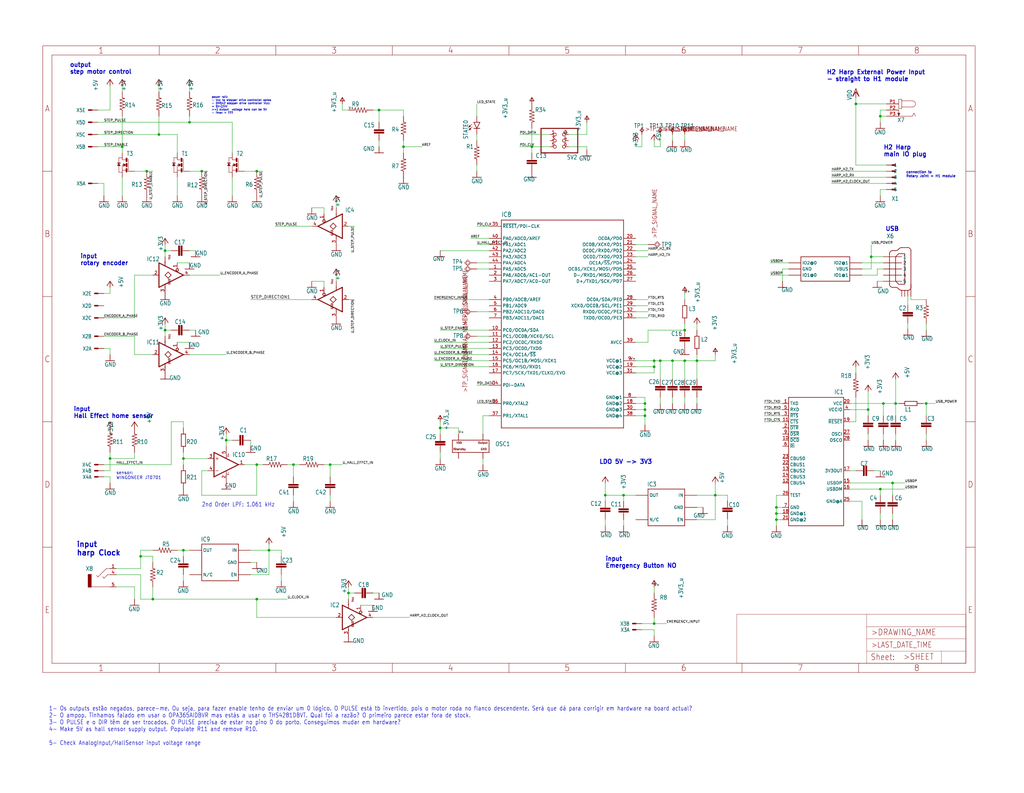
<source format=kicad_sch>
(kicad_sch (version 20211123) (generator eeschema)
  (paper "User" 425.45 329.438)
  (junction (at 182.88 177.8))
  (junction (at 68.58 104.14))
  (junction (at 68.58 137.16))
  (junction (at 78.74 50.8))
  (junction (at 111.76 228.6))
  (junction (at 137.16 193.04))
  (junction (at 66.04 55.88))
  (junction (at 60.96 71.12))
  (junction (at 267.97 167.64))
  (junction (at 361.95 106.68))
  (junction (at 45.72 190.5))
  (junction (at 106.68 71.12))
  (junction (at 167.64 60.96))
  (junction (at 360.68 170.18))
  (junction (at 83.82 71.12))
  (junction (at 63.5 248.92))
  (junction (at 50.8 60.96))
  (junction (at 58.42 231.14))
  (junction (at 322.58 215.9))
  (junction (at 144.78 246.38))
  (junction (at 76.2 228.6))
  (junction (at 355.6 43.18))
  (junction (at 157.48 45.72))
  (junction (at 365.76 48.26))
  (junction (at 106.68 248.92))
  (junction (at 372.11 167.64))
  (junction (at 367.03 167.64))
  (junction (at 259.08 205.74))
  (junction (at 267.97 172.72))
  (junction (at 251.46 205.74))
  (junction (at 384.81 167.64))
  (junction (at 121.92 193.04))
  (junction (at 284.48 149.86))
  (junction (at 271.78 152.4))
  (junction (at 76.2 190.5))
  (junction (at 274.32 149.86))
  (junction (at 271.78 259.08))
  (junction (at 106.68 193.04))
  (junction (at 322.58 213.36))
  (junction (at 284.48 137.16))
  (junction (at 279.4 149.86))
  (junction (at 370.84 200.66))
  (junction (at 267.97 170.18))
  (junction (at 220.98 60.96))
  (junction (at 297.18 205.74))
  (junction (at 322.58 210.82))
  (junction (at 93.98 182.88))
  (junction (at 271.78 149.86))
  (junction (at 365.76 203.2))
  (junction (at 289.56 149.86))
  (wire (pts (xy 58.42 228.6) (xy 58.42 231.14)))
  (wire (pts (xy 279.4 157.48) (xy 279.4 149.86)))
  (wire (pts (xy 182.88 152.4) (xy 203.2 152.4)))
  (wire (pts (xy 370.84 205.74) (xy 370.84 200.66)))
  (wire (pts (xy 78.74 48.26) (xy 78.74 50.8)))
  (wire (pts (xy 40.64 60.96) (xy 50.8 60.96)))
  (wire (pts (xy 203.2 109.22) (xy 198.12 109.22)))
  (wire (pts (xy 271.78 259.08) (xy 276.86 259.08)))
  (wire (pts (xy 45.72 190.5) (xy 45.72 187.96)))
  (wire (pts (xy 198.12 111.76) (xy 203.2 111.76)))
  (wire (pts (xy 220.98 60.96) (xy 228.6 60.96)))
  (wire (pts (xy 228.6 55.88) (xy 215.9 55.88)))
  (wire (pts (xy 264.16 167.64) (xy 267.97 167.64)))
  (wire (pts (xy 83.82 205.74) (xy 83.82 195.58)))
  (wire (pts (xy 40.64 76.2) (xy 43.18 76.2)))
  (wire (pts (xy 353.06 208.28) (xy 358.14 208.28)))
  (wire (pts (xy 289.56 205.74) (xy 297.18 205.74)))
  (wire (pts (xy 384.81 180.34) (xy 384.81 182.88)))
  (wire (pts (xy 134.62 193.04) (xy 137.16 193.04)))
  (wire (pts (xy 289.56 149.86) (xy 289.56 157.48)))
  (wire (pts (xy 104.14 238.76) (xy 111.76 238.76)))
  (wire (pts (xy 114.3 93.98) (xy 129.54 93.98)))
  (wire (pts (xy 220.98 53.34) (xy 220.98 60.96)))
  (wire (pts (xy 55.88 147.32) (xy 55.88 139.7)))
  (wire (pts (xy 353.06 170.18) (xy 360.68 170.18)))
  (wire (pts (xy 101.6 71.12) (xy 106.68 71.12)))
  (wire (pts (xy 367.03 167.64) (xy 372.11 167.64)))
  (wire (pts (xy 121.92 193.04) (xy 124.46 193.04)))
  (wire (pts (xy 264.16 106.68) (xy 269.24 106.68)))
  (wire (pts (xy 55.88 132.08) (xy 55.88 114.3)))
  (wire (pts (xy 368.3 43.18) (xy 355.6 43.18)))
  (wire (pts (xy 200.66 193.04) (xy 200.66 190.5)))
  (wire (pts (xy 182.88 177.8) (xy 182.88 175.26)))
  (wire (pts (xy 93.98 182.88) (xy 93.98 185.42)))
  (wire (pts (xy 137.16 205.74) (xy 137.16 208.28)))
  (wire (pts (xy 81.28 104.14) (xy 78.74 104.14)))
  (wire (pts (xy 182.88 190.5) (xy 182.88 187.96)))
  (wire (pts (xy 267.97 165.1) (xy 267.97 167.64)))
  (wire (pts (xy 368.3 71.12) (xy 345.44 71.12)))
  (wire (pts (xy 78.74 147.32) (xy 93.98 147.32)))
  (wire (pts (xy 373.38 167.64) (xy 372.11 167.64)))
  (wire (pts (xy 264.16 124.46) (xy 269.24 124.46)))
  (wire (pts (xy 76.2 190.5) (xy 76.2 193.04)))
  (wire (pts (xy 203.2 144.78) (xy 182.88 144.78)))
  (wire (pts (xy 284.48 134.62) (xy 284.48 137.16)))
  (wire (pts (xy 78.74 114.3) (xy 91.44 114.3)))
  (wire (pts (xy 259.08 205.74) (xy 259.08 208.28)))
  (wire (pts (xy 157.48 60.96) (xy 157.48 58.42)))
  (wire (pts (xy 368.3 48.26) (xy 365.76 48.26)))
  (wire (pts (xy 284.48 149.86) (xy 284.48 157.48)))
  (wire (pts (xy 271.78 60.96) (xy 271.78 58.42)))
  (wire (pts (xy 63.5 243.84) (xy 63.5 248.92)))
  (wire (pts (xy 45.72 144.78) (xy 45.72 147.32)))
  (wire (pts (xy 325.12 116.84) (xy 325.12 111.76)))
  (wire (pts (xy 144.78 246.38) (xy 144.78 243.84)))
  (wire (pts (xy 50.8 48.26) (xy 50.8 60.96)))
  (wire (pts (xy 198.12 139.7) (xy 203.2 139.7)))
  (wire (pts (xy 269.24 142.24) (xy 264.16 142.24)))
  (wire (pts (xy 264.16 165.1) (xy 267.97 165.1)))
  (wire (pts (xy 147.32 246.38) (xy 144.78 246.38)))
  (wire (pts (xy 289.56 147.32) (xy 289.56 149.86)))
  (wire (pts (xy 274.32 149.86) (xy 279.4 149.86)))
  (wire (pts (xy 55.88 248.92) (xy 55.88 243.84)))
  (wire (pts (xy 284.48 165.1) (xy 284.48 167.64)))
  (wire (pts (xy 96.52 73.66) (xy 96.52 81.28)))
  (wire (pts (xy 325.12 175.26) (xy 317.5 175.26)))
  (wire (pts (xy 144.78 124.46) (xy 147.32 124.46)))
  (wire (pts (xy 384.81 137.16) (xy 384.81 134.62)))
  (wire (pts (xy 274.32 60.96) (xy 271.78 60.96)))
  (wire (pts (xy 63.5 233.68) (xy 63.5 231.14)))
  (wire (pts (xy 43.18 76.2) (xy 43.18 81.28)))
  (wire (pts (xy 271.78 154.94) (xy 271.78 152.4)))
  (wire (pts (xy 322.58 205.74) (xy 322.58 210.82)))
  (wire (pts (xy 144.78 45.72) (xy 142.24 45.72)))
  (wire (pts (xy 358.14 208.28) (xy 358.14 215.9)))
  (wire (pts (xy 289.56 149.86) (xy 297.18 149.86)))
  (wire (pts (xy 137.16 193.04) (xy 137.16 198.12)))
  (wire (pts (xy 121.92 198.12) (xy 121.92 193.04)))
  (wire (pts (xy 267.97 172.72) (xy 267.97 176.53)))
  (wire (pts (xy 220.98 63.5) (xy 220.98 60.96)))
  (wire (pts (xy 58.42 248.92) (xy 58.42 238.76)))
  (wire (pts (xy 322.58 215.9) (xy 322.58 218.44)))
  (wire (pts (xy 58.42 238.76) (xy 48.26 238.76)))
  (wire (pts (xy 40.64 55.88) (xy 66.04 55.88)))
  (wire (pts (xy 378.46 124.46) (xy 384.81 124.46)))
  (wire (pts (xy 325.12 213.36) (xy 322.58 213.36)))
  (wire (pts (xy 302.26 215.646) (xy 302.26 218.44)))
  (wire (pts (xy 358.14 111.76) (xy 361.95 111.76)))
  (wire (pts (xy 367.03 109.22) (xy 358.14 109.22)))
  (wire (pts (xy 55.88 190.5) (xy 55.88 187.96)))
  (wire (pts (xy 364.49 111.76) (xy 367.03 111.76)))
  (wire (pts (xy 365.76 45.72) (xy 365.76 48.26)))
  (wire (pts (xy 203.2 93.98) (xy 198.12 93.98)))
  (wire (pts (xy 55.88 139.7) (xy 43.18 139.7)))
  (wire (pts (xy 264.16 132.08) (xy 269.24 132.08)))
  (wire (pts (xy 269.24 137.16) (xy 269.24 142.24)))
  (wire (pts (xy 144.78 93.98) (xy 147.32 93.98)))
  (wire (pts (xy 264.16 170.18) (xy 267.97 170.18)))
  (wire (pts (xy 372.11 172.72) (xy 372.11 167.64)))
  (wire (pts (xy 60.96 71.12) (xy 63.5 71.12)))
  (wire (pts (xy 271.78 152.4) (xy 271.78 149.86)))
  (wire (pts (xy 78.74 50.8) (xy 96.52 50.8)))
  (wire (pts (xy 266.7 261.62) (xy 271.78 261.62)))
  (wire (pts (xy 267.97 170.18) (xy 267.97 172.72)))
  (wire (pts (xy 116.84 228.6) (xy 111.76 228.6)))
  (wire (pts (xy 129.54 116.84) (xy 134.62 116.84)))
  (wire (pts (xy 355.6 175.26) (xy 355.6 165.1)))
  (wire (pts (xy 40.64 45.72) (xy 45.72 45.72)))
  (wire (pts (xy 365.76 205.74) (xy 365.76 203.2)))
  (wire (pts (xy 73.66 109.22) (xy 78.74 109.22)))
  (wire (pts (xy 267.97 167.64) (xy 267.97 170.18)))
  (wire (pts (xy 106.68 256.54) (xy 106.68 248.92)))
  (wire (pts (xy 274.32 55.88) (xy 274.32 60.96)))
  (wire (pts (xy 121.92 205.74) (xy 121.92 208.28)))
  (wire (pts (xy 365.76 81.28) (xy 365.76 78.74)))
  (wire (pts (xy 360.68 182.88) (xy 360.68 180.34)))
  (wire (pts (xy 101.6 193.04) (xy 106.68 193.04)))
  (wire (pts (xy 137.16 193.04) (xy 142.24 193.04)))
  (wire (pts (xy 190.5 180.34) (xy 190.5 177.8)))
  (wire (pts (xy 284.48 121.92) (xy 284.48 124.46)))
  (wire (pts (xy 116.84 231.14) (xy 116.84 228.6)))
  (wire (pts (xy 167.64 63.5) (xy 167.64 60.96)))
  (wire (pts (xy 144.78 246.38) (xy 144.78 248.92)))
  (wire (pts (xy 139.7 256.54) (xy 106.68 256.54)))
  (wire (pts (xy 325.12 111.76) (xy 327.66 111.76)))
  (wire (pts (xy 45.72 121.92) (xy 45.72 119.38)))
  (wire (pts (xy 66.04 38.1) (xy 66.04 35.56)))
  (wire (pts (xy 96.52 50.8) (xy 96.52 63.5)))
  (wire (pts (xy 76.2 238.76) (xy 76.2 241.3)))
  (wire (pts (xy 83.82 195.58) (xy 86.36 195.58)))
  (wire (pts (xy 365.76 203.2) (xy 375.92 203.2)))
  (wire (pts (xy 368.3 45.72) (xy 365.76 45.72)))
  (wire (pts (xy 370.84 200.66) (xy 375.92 200.66)))
  (wire (pts (xy 63.5 147.32) (xy 55.88 147.32)))
  (wire (pts (xy 43.18 144.78) (xy 45.72 144.78)))
  (wire (pts (xy 106.68 205.74) (xy 83.82 205.74)))
  (wire (pts (xy 93.98 180.34) (xy 93.98 182.88)))
  (wire (pts (xy 364.49 116.84) (xy 367.03 116.84)))
  (wire (pts (xy 279.4 165.1) (xy 279.4 167.64)))
  (wire (pts (xy 271.78 261.62) (xy 271.78 264.16)))
  (wire (pts (xy 154.94 246.38) (xy 157.48 246.38)))
  (wire (pts (xy 377.19 123.19) (xy 377.19 126.746)))
  (wire (pts (xy 182.88 177.8) (xy 182.88 180.34)))
  (wire (pts (xy 78.74 228.6) (xy 76.2 228.6)))
  (wire (pts (xy 76.2 187.96) (xy 76.2 190.5)))
  (wire (pts (xy 274.32 157.48) (xy 274.32 149.86)))
  (wire (pts (xy 116.84 238.76) (xy 116.84 241.3)))
  (wire (pts (xy 167.64 60.96) (xy 167.64 58.42)))
  (wire (pts (xy 384.81 167.64) (xy 388.62 167.64)))
  (wire (pts (xy 71.12 193.04) (xy 43.18 193.04)))
  (wire (pts (xy 236.22 55.88) (xy 243.84 55.88)))
  (wire (pts (xy 157.48 50.8) (xy 157.48 45.72)))
  (wire (pts (xy 167.64 45.72) (xy 167.64 48.26)))
  (wire (pts (xy 154.94 256.54) (xy 170.18 256.54)))
  (wire (pts (xy 106.68 193.04) (xy 106.68 205.74)))
  (wire (pts (xy 106.68 248.92) (xy 63.5 248.92)))
  (wire (pts (xy 365.76 48.26) (xy 365.76 50.8)))
  (wire (pts (xy 353.06 167.64) (xy 367.03 167.64)))
  (wire (pts (xy 55.88 243.84) (xy 48.26 243.84)))
  (wire (pts (xy 73.66 81.28) (xy 73.66 73.66)))
  (wire (pts (xy 58.42 231.14) (xy 58.42 236.22)))
  (wire (pts (xy 259.08 215.9) (xy 259.08 218.44)))
  (wire (pts (xy 45.72 35.56) (xy 45.72 45.72)))
  (wire (pts (xy 198.12 129.54) (xy 203.2 129.54)))
  (wire (pts (xy 289.56 210.82) (xy 292.1 210.82)))
  (wire (pts (xy 284.48 137.16) (xy 269.24 137.16)))
  (wire (pts (xy 50.8 38.1) (xy 50.8 35.56)))
  (wire (pts (xy 368.3 78.74) (xy 365.76 78.74)))
  (wire (pts (xy 139.7 86.36) (xy 139.7 83.82)))
  (wire (pts (xy 71.12 137.16) (xy 68.58 137.16)))
  (wire (pts (xy 45.72 190.5) (xy 55.88 190.5)))
  (wire (pts (xy 43.18 198.12) (xy 45.72 198.12)))
  (wire (pts (xy 264.16 149.86) (xy 271.78 149.86)))
  (wire (pts (xy 203.2 99.06) (xy 195.58 99.06)))
  (wire (pts (xy 43.18 121.92) (xy 45.72 121.92)))
  (wire (pts (xy 370.84 213.36) (xy 370.84 215.9)))
  (wire (pts (xy 361.95 111.76) (xy 361.95 106.68)))
  (wire (pts (xy 198.12 55.88) (xy 198.12 58.42)))
  (wire (pts (xy 200.66 180.34) (xy 200.66 172.72)))
  (wire (pts (xy 134.62 86.36) (xy 134.62 88.9)))
  (wire (pts (xy 266.7 259.08) (xy 271.78 259.08)))
  (wire (pts (xy 360.68 172.72) (xy 360.68 170.18)))
  (wire (pts (xy 355.6 68.58) (xy 355.6 43.18)))
  (wire (pts (xy 73.66 55.88) (xy 73.66 63.5)))
  (wire (pts (xy 364.49 114.3) (xy 364.49 111.76)))
  (wire (pts (xy 271.78 149.86) (xy 274.32 149.86)))
  (wire (pts (xy 264.16 205.74) (xy 259.08 205.74)))
  (wire (pts (xy 297.18 215.9) (xy 297.18 205.74)))
  (wire (pts (xy 325.12 205.74) (xy 322.58 205.74)))
  (wire (pts (xy 104.14 185.42) (xy 104.14 182.88)))
  (wire (pts (xy 264.16 129.54) (xy 269.24 129.54)))
  (wire (pts (xy 203.2 172.72) (xy 200.66 172.72)))
  (wire (pts (xy 264.16 152.4) (xy 271.78 152.4)))
  (wire (pts (xy 119.38 193.04) (xy 121.92 193.04)))
  (wire (pts (xy 325.12 215.9) (xy 322.58 215.9)))
  (wire (pts (xy 302.26 205.74) (xy 297.18 205.74)))
  (wire (pts (xy 63.5 248.92) (xy 58.42 248.92)))
  (wire (pts (xy 68.58 137.16) (xy 68.58 134.62)))
  (wire (pts (xy 58.42 236.22) (xy 48.26 236.22)))
  (wire (pts (xy 111.76 226.06) (xy 111.76 228.6)))
  (wire (pts (xy 157.48 45.72) (xy 167.64 45.72)))
  (wire (pts (xy 367.03 180.34) (xy 367.03 182.88)))
  (wire (pts (xy 43.18 195.58) (xy 45.72 195.58)))
  (wire (pts (xy 368.3 76.2) (xy 345.44 76.2)))
  (wire (pts (xy 78.74 38.1) (xy 78.74 35.56)))
  (wire (pts (xy 50.8 81.28) (xy 50.8 73.66)))
  (wire (pts (xy 106.68 193.04) (xy 109.22 193.04)))
  (wire (pts (xy 355.6 43.18) (xy 355.6 40.64)))
  (wire (pts (xy 73.66 228.6) (xy 76.2 228.6)))
  (wire (pts (xy 266.7 55.88) (xy 266.7 60.96)))
  (wire (pts (xy 322.58 210.82) (xy 322.58 213.36)))
  (wire (pts (xy 215.9 60.96) (xy 220.98 60.96)))
  (wire (pts (xy 78.74 71.12) (xy 83.82 71.12)))
  (wire (pts (xy 149.86 251.46) (xy 154.94 251.46)))
  (wire (pts (xy 325.12 167.64) (xy 317.5 167.64)))
  (wire (pts (xy 63.5 228.6) (xy 58.42 228.6)))
  (wire (pts (xy 236.22 60.96) (xy 243.84 60.96)))
  (wire (pts (xy 66.04 55.88) (xy 73.66 55.88)))
  (wire (pts (xy 264.16 104.14) (xy 269.24 104.14)))
  (wire (pts (xy 259.08 205.74) (xy 251.46 205.74)))
  (wire (pts (xy 203.2 104.14) (xy 182.88 104.14)))
  (wire (pts (xy 289.56 165.1) (xy 289.56 167.64)))
  (wire (pts (xy 297.18 149.86) (xy 297.18 147.32)))
  (wire (pts (xy 274.32 165.1) (xy 274.32 167.64)))
  (wire (pts (xy 266.7 60.96) (xy 264.16 60.96)))
  (wire (pts (xy 203.2 167.64) (xy 198.12 167.64)))
  (wire (pts (xy 190.5 177.8) (xy 182.88 177.8)))
  (wire (pts (xy 55.88 132.08) (xy 43.18 132.08)))
  (wire (pts (xy 384.81 172.72) (xy 384.81 167.64)))
  (wire (pts (xy 353.06 200.66) (xy 370.84 200.66)))
  (wire (pts (xy 264.16 154.94) (xy 271.78 154.94)))
  (wire (pts (xy 284.48 149.86) (xy 289.56 149.86)))
  (wire (pts (xy 251.46 205.74) (xy 251.46 208.026)))
  (wire (pts (xy 368.3 68.58) (xy 355.6 68.58)))
  (wire (pts (xy 378.46 123.19) (xy 378.46 124.46)))
  (wire (pts (xy 365.76 213.36) (xy 365.76 215.9)))
  (wire (pts (xy 264.16 127) (xy 269.24 127)))
  (wire (pts (xy 50.8 60.96) (xy 50.8 63.5)))
  (wire (pts (xy 372.11 180.34) (xy 372.11 182.88)))
  (wire (pts (xy 68.58 137.16) (xy 68.58 139.7)))
  (wire (pts (xy 327.66 109.22) (xy 320.04 109.22)))
  (wire (pts (xy 45.72 198.12) (xy 45.72 200.66)))
  (wire (pts (xy 251.46 200.66) (xy 251.46 205.74)))
  (wire (pts (xy 111.76 238.76) (xy 111.76 228.6)))
  (wire (pts (xy 355.6 154.94) (xy 355.6 152.4)))
  (wire (pts (xy 198.12 43.18) (xy 198.12 48.26)))
  (wire (pts (xy 284.48 55.88) (xy 284.48 58.42)))
  (wire (pts (xy 71.12 175.26) (xy 71.12 193.04)))
  (wire (pts (xy 203.2 101.6) (xy 198.12 101.6)))
  (wire (pts (xy 104.14 124.46) (xy 129.54 124.46)))
  (wire (pts (xy 119.38 248.92) (xy 106.68 248.92)))
  (wire (pts (xy 353.06 203.2) (xy 365.76 203.2)))
  (wire (pts (xy 353.06 195.58) (xy 355.6 195.58)))
  (wire (pts (xy 289.56 215.9) (xy 297.18 215.9)))
  (wire (pts (xy 322.58 213.36) (xy 322.58 215.9)))
  (wire (pts (xy 106.68 71.12) (xy 109.22 71.12)))
  (wire (pts (xy 83.82 71.12) (xy 86.36 71.12)))
  (wire (pts (xy 66.04 48.26) (xy 66.04 55.88)))
  (wire (pts (xy 251.46 215.646) (xy 251.46 218.44)))
  (wire (pts (xy 198.12 68.58) (xy 198.12 71.12)))
  (wire (pts (xy 320.04 114.3) (xy 327.66 114.3)))
  (wire (pts (xy 55.88 71.12) (xy 60.96 71.12)))
  (wire (pts (xy 325.12 210.82) (xy 322.58 210.82)))
  (wire (pts (xy 139.7 116.84) (xy 139.7 114.3)))
  (wire (pts (xy 76.2 175.26) (xy 71.12 175.26)))
  (wire (pts (xy 302.26 208.026) (xy 302.26 205.74)))
  (wire (pts (xy 361.95 106.68) (xy 361.95 101.6)))
  (wire (pts (xy 358.14 114.3) (xy 364.49 114.3)))
  (wire (pts (xy 289.56 134.62) (xy 289.56 137.16)))
  (wire (pts (xy 264.16 172.72) (xy 267.97 172.72)))
  (wire (pts (xy 154.94 45.72) (xy 157.48 45.72)))
  (wire (pts (xy 372.11 167.64) (xy 372.11 157.48)))
  (wire (pts (xy 363.22 195.58) (xy 365.76 195.58)))
  (wire (pts (xy 203.2 142.24) (xy 180.34 142.24)))
  (wire (pts (xy 76.2 228.6) (xy 76.2 231.14)))
  (wire (pts (xy 384.81 167.64) (xy 383.54 167.64)))
  (wire (pts (xy 297.18 200.66) (xy 297.18 205.74)))
  (wire (pts (xy 71.12 104.14) (xy 68.58 104.14)))
  (wire (pts (xy 203.2 137.16) (xy 182.88 137.16)))
  (wire (pts (xy 78.74 137.16) (xy 81.28 137.16)))
  (wire (pts (xy 325.12 172.72) (xy 317.5 172.72)))
  (wire (pts (xy 353.06 175.26) (xy 355.6 175.26)))
  (wire (pts (xy 264.16 101.6) (xy 269.24 101.6)))
  (wire (pts (xy 271.78 243.84) (xy 271.78 246.38)))
  (wire (pts (xy 279.4 55.88) (xy 279.4 58.42)))
  (wire (pts (xy 264.16 60.96) (xy 264.16 58.42)))
  (wire (pts (xy 129.54 86.36) (xy 134.62 86.36)))
  (wire (pts (xy 271.78 259.08) (xy 271.78 256.54)))
  (wire (pts (xy 68.58 104.14) (xy 68.58 106.68)))
  (wire (pts (xy 367.03 106.68) (xy 361.95 106.68)))
  (wire (pts (xy 68.58 101.6) (xy 68.58 104.14)))
  (wire (pts (xy 73.66 142.24) (xy 78.74 142.24)))
  (wire (pts (xy 368.3 73.66) (xy 345.44 73.66)))
  (wire (pts (xy 203.2 124.46) (xy 180.34 124.46)))
  (wire (pts (xy 40.64 50.8) (xy 78.74 50.8)))
  (wire (pts (xy 279.4 149.86) (xy 284.48 149.86)))
  (wire (pts (xy 203.2 149.86) (xy 180.34 149.86)))
  (wire (pts (xy 203.2 160.02) (xy 198.12 160.02)))
  (wire (pts (xy 367.03 172.72) (xy 367.03 167.64)))
  (wire (pts (xy 203.2 147.32) (xy 180.34 147.32)))
  (wire (pts (xy 45.72 195.58) (xy 45.72 190.5)))
  (wire (pts (xy 134.62 116.84) (xy 134.62 119.38)))
  (wire (pts (xy 93.98 182.88) (xy 96.52 182.88)))
  (wire (pts (xy 243.84 55.88) (xy 243.84 50.8)))
  (wire (pts (xy 167.64 60.96) (xy 175.26 60.96)))
  (wire (pts (xy 55.88 114.3) (xy 63.5 114.3)))
  (wire (pts (xy 360.68 170.18) (xy 360.68 162.56)))
  (wire (pts (xy 76.2 177.8) (xy 76.2 175.26)))
  (wire (pts (xy 243.84 60.96) (xy 243.84 62.23)))
  (wire (pts (xy 104.14 233.68) (xy 106.68 233.68)))
  (wire (pts (xy 104.14 228.6) (xy 111.76 228.6)))
  (wire (pts (xy 63.5 231.14) (xy 58.42 231.14)))
  (wire (pts (xy 377.19 136.652) (xy 377.19 134.366)))
  (wire (pts (xy 325.12 170.18) (xy 317.5 170.18)))
  (wire (pts (xy 142.24 45.72) (xy 142.24 43.18)))
  (wire (pts (xy 86.36 190.5) (xy 76.2 190.5)))
  (text "input\nharp Clock" (at 31.75 231.14 180) (effects (font (size 2.1844 2.1844) (thickness 0.4369) bold) (justify left bottom)))
  (text "output\nstep motor control" (at 28.956 30.988 180) (effects (font (size 1.778 1.778) (thickness 0.3556) bold) (justify left bottom)))
  (text "power rail:\n- Vcc to stepper drive controller optos\n- DM542 stepper drive controller Vcc:\n= 5V~{24V\n>>} output  voltage here can be 5V\n- Imax = ???" (at 87.884 47.498 0) (effects (font (size 0.8128 0.8128) (thickness 0.1626) bold) (justify left bottom)))
  (text "connection to\nRotary Joint = H1 module" (at 376.428 73.914 180) (effects (font (size 1.016 1.016) (thickness 0.2032) bold) (justify left bottom)))
  (text "sensor:\nWINGONEER JT0701" (at 48.26 199.39 180) (effects (font (size 1.27 1.27)) (justify left bottom)))
  (text "2nd Order LPF: 1.061 kHz" (at 83.82 210.82 180) (effects (font (size 1.778 1.5113)) (justify left bottom)))
  (text "input\nEmergency Button NO" (at 251.46 236.22 180) (effects (font (size 1.778 1.778) (thickness 0.3556) bold) (justify left bottom)))
  (text "USB" (at 367.792 96.266 180) (effects (font (size 1.778 1.778) (thickness 0.3556) bold) (justify left bottom)))
  (text "input\nHall Effect home sensor" (at 30.48 173.99 180) (effects (font (size 1.778 1.778) (thickness 0.3556) bold) (justify left bottom)))
  (text "input\nrotary encoder" (at 33.274 110.49 180) (effects (font (size 1.778 1.778) (thickness 0.3556) bold) (justify left bottom)))
  (text "H2 Harp External Power Input\n- straight to H1 module" (at 343.408 34.036 0) (effects (font (size 1.778 1.778) (thickness 0.3556) bold) (justify left bottom)))
  (text "LDO 5V -> 3V3" (at 248.92 193.04 180) (effects (font (size 1.778 1.778) (thickness 0.3556) bold) (justify left bottom)))
  (text "1- Os outputs estão negados, parece-me. Ou seja, para fazer enable tenho de enviar um 0 lógico. O PULSE está tb invertido, pois o motor roda no flanco descendente. Será que dá para corrigir em hardware na board actual?\n2- O ampop. Tinhamos falado em usar o OPA365AIDBVR mas estás a usar o THS4281DBVT. Qual foi a razão? O primeiro parece estar fora de stock.\n3- O PULSE e o DIR têm de ser trocados. O PULSE precisa de estar no pino 0 do porto. Conseguimos mudar em hardware?\n4- Make 5V as hall sensor supply output. Populate R11 and remove R10.\n\n5- Check AnalogInput/HallSensor input voltage range" (at 20.32 309.88 0) (effects (font (size 1.778 1.5113)) (justify left bottom)))
  (text "H2 Harp\nmain IO plug" (at 367.03 65.278 180) (effects (font (size 1.778 1.778) (thickness 0.3556) bold) (justify left bottom)))
  (label "STEP_PULSE" (at 43.18 50.8 0) (effects (font (size 0.9957 0.9957))))
  (label "V+" (at 236.22 55.88 180) (effects (font (size 1.016 1.016))))
  (label "U_STEP_DIRECTION" (at 147.32 124.46 270) (effects (font (size 0.9957 0.9957))))
  (label "U_STEP_PULSE" (at 182.88 144.78 0) (effects (font (size 0.9957 0.9957))))
  (label "U_CLOCK_IN" (at 180.34 142.24 0) (effects (font (size 0.9957 0.9957))))
  (label "LED_STATE" (at 198.12 167.64 0) (effects (font (size 0.9957 0.9957))))
  (label "V+" (at 190.5 180.34 0) (effects (font (size 1.016 1.016))))
  (label "USBDM" (at 375.92 203.2 0) (effects (font (size 0.9957 0.9957))))
  (label "PDI_CLK" (at 198.12 93.98 0) (effects (font (size 0.9957 0.9957))))
  (label "U_HALL_EFFCT_IN" (at 198.12 101.6 0) (effects (font (size 0.9957 0.9957))))
  (label "USBDM" (at 320.04 109.22 0) (effects (font (size 0.9957 0.9957))))
  (label "STEP_ENABLE" (at 43.18 60.96 0) (effects (font (size 0.9957 0.9957))))
  (label "U_STEP_DIRECTION" (at 86.36 71.12 270) (effects (font (size 0.9957 0.9957))))
  (label "U_ENCODER_A_PHASE" (at 180.34 149.86 0) (effects (font (size 0.9957 0.9957))))
  (label "FTDI_RTS" (at 269.24 124.46 0) (effects (font (size 0.9957 0.9957))))
  (label "V+" (at 284.48 121.92 0) (effects (font (size 1.016 1.016))))
  (label "HALL_EFFCT_IN" (at 48.26 193.04 0) (effects (font (size 0.9957 0.9957))))
  (label "AREF" (at 195.58 99.06 0) (effects (font (size 0.9957 0.9957))))
  (label "EMERGENCY_INPUT" (at 276.86 259.08 0) (effects (font (size 0.9957 0.9957))))
  (label "U_STEP_DIRECTION" (at 182.88 152.4 0) (effects (font (size 0.9957 0.9957))))
  (label "U_HALL_EFFCT_IN" (at 142.24 193.04 0) (effects (font (size 0.9957 0.9957))))
  (label "USBDP" (at 320.04 114.3 0) (effects (font (size 0.9957 0.9957))))
  (label "STEP_DIRECTION1" (at 104.14 124.46 0) (effects (font (size 1.2446 1.2446))))
  (label "FTDI_RXD" (at 317.5 170.18 0) (effects (font (size 0.9957 0.9957))))
  (label "HARP_H2_TX" (at 269.24 106.68 0) (effects (font (size 0.9957 0.9957))))
  (label "V+" (at 264.16 149.86 180) (effects (font (size 1.016 1.016))))
  (label "FTDI_RXD" (at 269.24 132.08 0) (effects (font (size 0.9957 0.9957))))
  (label "HARP_H2_RX" (at 269.24 104.14 0) (effects (font (size 0.9957 0.9957))))
  (label "FTDI_CTS" (at 317.5 175.26 0) (effects (font (size 0.9957 0.9957))))
  (label "U_STEP_PULSE" (at 109.22 71.12 270) (effects (font (size 0.9957 0.9957))))
  (label "ENCODER_A_PHASE" (at 43.18 132.08 0) (effects (font (size 0.9957 0.9957))))
  (label "FTDI_TXD" (at 269.24 129.54 0) (effects (font (size 0.9957 0.9957))))
  (label "V+" (at 144.78 45.72 0) (effects (font (size 1.016 1.016))))
  (label "U_CLOCK_IN" (at 119.38 248.92 0) (effects (font (size 0.9957 0.9957))))
  (label "AREF" (at 175.26 60.96 0) (effects (font (size 0.9957 0.9957))))
  (label "PDI_CLK" (at 215.9 60.96 0) (effects (font (size 0.9957 0.9957))))
  (label "U_STEP_ENABLE" (at 182.88 137.16 0) (effects (font (size 0.9957 0.9957))))
  (label "FTDI_CTS" (at 269.24 127 0) (effects (font (size 0.9957 0.9957))))
  (label "FTDI_TXD" (at 317.5 167.64 0) (effects (font (size 0.9957 0.9957))))
  (label "PDI_DATA" (at 215.9 55.88 0) (effects (font (size 0.9957 0.9957))))
  (label "EMERGENCY_INPUT" (at 180.34 124.46 0) (effects (font (size 0.9957 0.9957))))
  (label "HARP_H2_RX" (at 345.44 73.66 0) (effects (font (size 0.9957 0.9957))))
  (label "U_STEP_PULSE" (at 147.32 93.98 270) (effects (font (size 0.9957 0.9957))))
  (label "HARP_H2_TX" (at 345.44 71.12 0) (effects (font (size 0.9957 0.9957))))
  (label "FTDI_RTS" (at 317.5 172.72 0) (effects (font (size 0.9957 0.9957))))
  (label "U_ENCODER_B_PHASE" (at 93.98 147.32 0) (effects (font (size 0.9957 0.9957))))
  (label "ENCODER_B_PHASE" (at 43.18 139.7 0) (effects (font (size 0.9957 0.9957))))
  (label "PDI_DATA" (at 198.12 160.02 0) (effects (font (size 0.9957 0.9957))))
  (label "U_ENCODER_B_PHASE" (at 180.34 147.32 0) (effects (font (size 0.9957 0.9957))))
  (label "USB_POWER" (at 361.95 101.6 0) (effects (font (size 0.9957 0.9957))))
  (label "V+" (at 271.78 243.84 0) (effects (font (size 1.016 1.016))))
  (label "U_ENCODER_A_PHASE" (at 91.44 114.3 0) (effects (font (size 0.9957 0.9957))))
  (label "USBDP" (at 375.92 200.66 0) (effects (font (size 0.9957 0.9957))))
  (label "STEP_DIRECTION" (at 43.18 55.88 0) (effects (font (size 0.9957 0.9957))))
  (label "HARP_H2_CLOCK_OUT" (at 170.18 256.54 0) (effects (font (size 0.9957 0.9957))))
  (label "LED_STATE" (at 198.12 43.18 0) (effects (font (size 0.9957 0.9957))))
  (label "USB_POWER" (at 388.62 167.64 0) (effects (font (size 0.9957 0.9957))))
  (label "STEP_PULSE" (at 114.3 93.98 0) (effects (font (size 0.9957 0.9957))))
  (label "U_STEP_ENABLE" (at 63.5 71.12 270) (effects (font (size 0.9957 0.9957))))
  (label "HARP_H2_CLOCK_OUT" (at 345.44 76.2 0) (effects (font (size 0.9957 0.9957))))
  (symbol (lib_id "_Harp Motor H2-module v1.0-eagle-import:+5V") (at 372.11 154.94 0) (unit 1)
    (property "Reference" "#P+8" (effects hide))
    (property "Value" "+5V" (at 375.92 152.4 90) (effects (font (size 1.778 1.5113)) (justify right top)))
    (property "Footprint" "_Harp Motor H2-module v1.0:" (effects hide))
  )
  (symbol (lib_id "_Harp Motor H2-module v1.0-eagle-import:741G125DBV") (at 139.7 93.98 0) (mirror y) (unit 1)
    (property "Reference" "IC4" (at 147.32 88.265 0) (effects (font (size 1.778 1.5113)) (justify left bottom)))
    (property "Value" "SN74LVC1G125DBVT" (at 137.16 101.6 0) (effects (font (size 1.778 1.5113)) (justify left bottom)))
    (property "Footprint" "_Harp Motor H2-module v1.0:SOT23-5" (effects hide))
    (property "Value" "SN74LVC1G125DBVT" (effects hide))
    (property "Value" "SN74LVC1G125DBVT" (effects hide))
  )
  (symbol (lib_id "_Harp Motor H2-module v1.0-eagle-import:GND") (at 284.48 147.32 0) (mirror y) (unit 1)
    (property "Reference" "#GND36" (effects hide))
    (property "Value" "GND" (at 284.48 147.066 0) (effects (font (size 1.778 1.5113)) (justify left bottom)))
    (property "Footprint" "_Harp Motor H2-module v1.0:" (effects hide))
  )
  (symbol (lib_id "_Harp Motor H2-module v1.0-eagle-import:22-23-2051") (at 40.64 132.08 180) (unit 3)
    (property "Reference" "X2" (at 38.1 131.318 0) (effects (font (size 1.524 1.2954)) (justify left bottom)))
    (property "Value" "1x5 case" (effects hide))
    (property "Footprint" "_Harp Motor H2-module v1.0:22-23-2051" (effects hide))
    (property "Value" "1x5 case" (effects hide))
    (property "Value" "1x5 case" (effects hide))
  )
  (symbol (lib_id "_Harp Motor H2-module v1.0-eagle-import:GND") (at 372.11 185.42 0) (unit 1)
    (property "Reference" "#GND42" (effects hide))
    (property "Value" "GND" (at 370.078 187.452 0) (effects (font (size 1.778 1.5113)) (justify left bottom)))
    (property "Footprint" "_Harp Motor H2-module v1.0:" (effects hide))
  )
  (symbol (lib_id "_Harp Motor H2-module v1.0-eagle-import:GND") (at 55.88 251.46 0) (unit 1)
    (property "Reference" "#GND143" (effects hide))
    (property "Value" "GND" (at 53.34 254 0) (effects (font (size 1.778 1.5113)) (justify left bottom)))
    (property "Footprint" "_Harp Motor H2-module v1.0:" (effects hide))
  )
  (symbol (lib_id "_Harp Motor H2-module v1.0-eagle-import:DMG1012UW-7") (at 73.66 68.58 0) (mirror y) (unit 1)
    (property "Reference" "T1" (at 78.232 64.77 0) (effects (font (size 1.778 1.5113)) (justify left bottom)))
    (property "Value" "DMG1012UW" (effects hide))
    (property "Footprint" "_Harp Motor H2-module v1.0:SOT323" (effects hide))
    (property "Value" "DMG1012UW" (effects hide))
    (property "Value" "DMG1012UW" (effects hide))
  )
  (symbol (lib_id "_Harp Motor H2-module v1.0-eagle-import:DC_JACK2.1MM") (at 375.92 43.18 0) (mirror y) (unit 1)
    (property "Reference" "X7" (at 375.92 50.8 0) (effects (font (size 1.778 1.5113)) (justify left bottom)))
    (property "Value" "DC_JACK2.1MM" (effects hide))
    (property "Footprint" "_Harp Motor H2-module v1.0:DC_POWER_INPUT_2.1MM" (effects hide))
    (property "Value" "DC_JACK2.1MM" (effects hide))
    (property "Value" "DC_JACK2.1MM" (effects hide))
  )
  (symbol (lib_id "_Harp Motor H2-module v1.0-eagle-import:+5V") (at 45.72 116.84 0) (unit 1)
    (property "Reference" "#P+6" (effects hide))
    (property "Value" "+5V" (at 49.276 114.808 90) (effects (font (size 1.778 1.5113)) (justify right top)))
    (property "Footprint" "_Harp Motor H2-module v1.0:" (effects hide))
  )
  (symbol (lib_id "_Harp Motor H2-module v1.0-eagle-import:R-US_R0402") (at 220.98 48.26 270) (mirror x) (unit 1)
    (property "Reference" "R34" (at 222.25 44.6786 90) (effects (font (size 1.778 1.5113)) (justify left bottom)))
    (property "Value" "10k" (at 222.758 47.498 90) (effects (font (size 1.778 1.5113)) (justify left bottom)))
    (property "Footprint" "_Harp Motor H2-module v1.0:R0402" (effects hide))
    (property "Value" "10k" (effects hide))
    (property "Value" "10k" (effects hide))
  )
  (symbol (lib_id "_Harp Motor H2-module v1.0-eagle-import:GND") (at 220.98 73.66 0) (unit 1)
    (property "Reference" "#GND123" (effects hide))
    (property "Value" "GND" (at 217.424 75.438 0) (effects (font (size 1.778 1.5113)) (justify left bottom)))
    (property "Footprint" "_Harp Motor H2-module v1.0:" (effects hide))
  )
  (symbol (lib_id "_Harp Motor H2-module v1.0-eagle-import:+3V3") (at 68.58 99.06 0) (mirror y) (unit 1)
    (property "Reference" "#+3V6" (effects hide))
    (property "Value" "+3V3" (at 65.786 98.044 90) (effects (font (size 1.778 1.5113)) (justify right bottom)))
    (property "Footprint" "_Harp Motor H2-module v1.0:" (effects hide))
  )
  (symbol (lib_id "_Harp Motor H2-module v1.0-eagle-import:GND") (at 325.12 119.38 0) (unit 1)
    (property "Reference" "#GND4" (effects hide))
    (property "Value" "GND" (at 324.612 121.412 0) (effects (font (size 1.778 1.5113)) (justify left bottom)))
    (property "Footprint" "_Harp Motor H2-module v1.0:" (effects hide))
  )
  (symbol (lib_id "_Harp Motor H2-module v1.0-eagle-import:+5V") (at 271.78 55.88 0) (unit 1)
    (property "Reference" "#P+5" (effects hide))
    (property "Value" "+5V" (at 272.796 54.102 90) (effects (font (size 1.778 1.5113)) (justify right top)))
    (property "Footprint" "_Harp Motor H2-module v1.0:" (effects hide))
  )
  (symbol (lib_id "_Harp Motor H2-module v1.0-eagle-import:+5V") (at 45.72 33.02 0) (mirror y) (unit 1)
    (property "Reference" "#P+1" (effects hide))
    (property "Value" "+5V" (at 40.64 33.02 90) (effects (font (size 1.778 1.5113)) (justify right top)))
    (property "Footprint" "_Harp Motor H2-module v1.0:" (effects hide))
  )
  (symbol (lib_id "_Harp Motor H2-module v1.0-eagle-import:R-EU_R0402") (at 76.2 198.12 90) (unit 1)
    (property "Reference" "R21" (at 82.042 197.3326 90) (effects (font (size 1.778 1.5113)) (justify left bottom)))
    (property "Value" "15k" (at 81.28 201.168 90) (effects (font (size 1.778 1.5113)) (justify left bottom)))
    (property "Footprint" "_Harp Motor H2-module v1.0:R0402" (effects hide))
    (property "Value" "15k" (effects hide))
    (property "Value" "15k" (effects hide))
  )
  (symbol (lib_id "_Harp Motor H2-module v1.0-eagle-import:DMG1012UW-7") (at 96.52 68.58 0) (mirror y) (unit 1)
    (property "Reference" "T2" (at 101.092 64.77 0) (effects (font (size 1.778 1.5113)) (justify left bottom)))
    (property "Value" "DMG1012UW" (effects hide))
    (property "Footprint" "_Harp Motor H2-module v1.0:SOT323" (effects hide))
    (property "Value" "DMG1012UW" (effects hide))
    (property "Value" "DMG1012UW" (effects hide))
  )
  (symbol (lib_id "_Harp Motor H2-module v1.0-eagle-import:+3V3") (at 289.56 132.08 0) (unit 1)
    (property "Reference" "#+3V11" (effects hide))
    (property "Value" "+3V3" (at 295.91 131.064 90) (effects (font (size 1.778 1.5113)) (justify right top)))
    (property "Footprint" "_Harp Motor H2-module v1.0:" (effects hide))
  )
  (symbol (lib_id "_Harp Motor H2-module v1.0-eagle-import:GND") (at 129.54 119.38 0) (mirror y) (unit 1)
    (property "Reference" "#GND53" (effects hide))
    (property "Value" "GND" (at 132.08 121.92 0) (effects (font (size 1.778 1.5113)) (justify left bottom)))
    (property "Footprint" "_Harp Motor H2-module v1.0:" (effects hide))
  )
  (symbol (lib_id "_Harp Motor H2-module v1.0-eagle-import:TPB1,27") (at 284.48 53.34 0) (unit 1)
    (property "Reference" "TP11" (at 288.544 51.308 0) (effects (font (size 1.778 1.5113)) (justify right top)))
    (property "Value" "NO_COMPONENT" (effects hide))
    (property "Footprint" "_Harp Motor H2-module v1.0:B1,27" (effects hide))
  )
  (symbol (lib_id "_Harp Motor H2-module v1.0-eagle-import:GND") (at 139.7 104.14 0) (mirror y) (unit 1)
    (property "Reference" "#GND50" (effects hide))
    (property "Value" "GND" (at 142.24 106.68 0) (effects (font (size 1.778 1.5113)) (justify left bottom)))
    (property "Footprint" "_Harp Motor H2-module v1.0:" (effects hide))
  )
  (symbol (lib_id "_Harp Motor H2-module v1.0-eagle-import:GND") (at 271.78 266.7 0) (unit 1)
    (property "Reference" "#GND11" (effects hide))
    (property "Value" "GND" (at 269.24 269.24 0) (effects (font (size 1.778 1.5113)) (justify left bottom)))
    (property "Footprint" "_Harp Motor H2-module v1.0:" (effects hide))
  )
  (symbol (lib_id "_Harp Motor H2-module v1.0-eagle-import:GND") (at 377.19 139.192 0) (unit 1)
    (property "Reference" "#GND6" (effects hide))
    (property "Value" "GND" (at 375.158 141.224 0) (effects (font (size 1.778 1.5113)) (justify left bottom)))
    (property "Footprint" "_Harp Motor H2-module v1.0:" (effects hide))
  )
  (symbol (lib_id "_Harp Motor H2-module v1.0-eagle-import:C-EUC0402K") (at 149.86 246.38 90) (unit 1)
    (property "Reference" "C18" (at 153.416 241.935 90) (effects (font (size 1.778 1.5113)) (justify left bottom)))
    (property "Value" "100nF" (at 160.528 243.459 90) (effects (font (size 1.778 1.5113)) (justify left bottom)))
    (property "Footprint" "_Harp Motor H2-module v1.0:C0402K" (effects hide))
    (property "Value" "100nF" (effects hide))
    (property "Value" "100nF" (effects hide))
  )
  (symbol (lib_id "_Harp Motor H2-module v1.0-eagle-import:TPB1,27") (at 279.4 53.34 0) (unit 1)
    (property "Reference" "TP10" (at 282.194 51.308 0) (effects (font (size 1.778 1.5113)) (justify right top)))
    (property "Value" "NO_COMPONENT" (effects hide))
    (property "Footprint" "_Harp Motor H2-module v1.0:B1,27" (effects hide))
  )
  (symbol (lib_id "_Harp Motor H2-module v1.0-eagle-import:GND") (at 157.48 63.5 0) (mirror y) (unit 1)
    (property "Reference" "#GND24" (effects hide))
    (property "Value" "GND" (at 155.702 62.738 0) (effects (font (size 1.778 1.5113)) (justify left bottom)))
    (property "Footprint" "_Harp Motor H2-module v1.0:" (effects hide))
  )
  (symbol (lib_id "_Harp Motor H2-module v1.0-eagle-import:V+") (at 220.98 40.64 0) (mirror y) (unit 1)
    (property "Reference" "#VDD4" (effects hide))
    (property "Value" "+3V3_u" (at 210.82 40.64 90) (effects (font (size 1.778 1.5113)) (justify right top)))
    (property "Footprint" "_Harp Motor H2-module v1.0:" (effects hide))
  )
  (symbol (lib_id "_Harp Motor H2-module v1.0-eagle-import:22-23-2031") (at 40.64 198.12 180) (unit 1)
    (property "Reference" "X4" (at 38.1 197.358 0) (effects (font (size 1.524 1.2954)) (justify left bottom)))
    (property "Value" "1x3 case" (effects hide))
    (property "Footprint" "_Harp Motor H2-module v1.0:22-23-2031" (effects hide))
    (property "Value" "1x3 case" (effects hide))
    (property "Value" "1x3 case" (effects hide))
  )
  (symbol (lib_id "_Harp Motor H2-module v1.0-eagle-import:C-EUC0402K") (at 137.16 203.2 180) (unit 1)
    (property "Reference" "C42" (at 135.636 203.581 0) (effects (font (size 1.778 1.5113)) (justify left bottom)))
    (property "Value" "15nF 5%" (at 135.636 206.121 0) (effects (font (size 1.778 1.5113)) (justify left bottom)))
    (property "Footprint" "_Harp Motor H2-module v1.0:C0402K" (effects hide))
    (property "Value" "15nF 5%" (effects hide))
    (property "Value" "15nF 5%" (effects hide))
  )
  (symbol (lib_id "_Harp Motor H2-module v1.0-eagle-import:GND") (at 78.74 144.78 0) (mirror y) (unit 1)
    (property "Reference" "#GND15" (effects hide))
    (property "Value" "GND" (at 83.058 144.272 0) (effects (font (size 1.778 1.5113)) (justify left bottom)))
    (property "Footprint" "_Harp Motor H2-module v1.0:" (effects hide))
  )
  (symbol (lib_id "_Harp Motor H2-module v1.0-eagle-import:GND") (at 73.66 83.82 0) (mirror y) (unit 1)
    (property "Reference" "#GND30" (effects hide))
    (property "Value" "GND" (at 76.2 86.36 0) (effects (font (size 1.778 1.5113)) (justify left bottom)))
    (property "Footprint" "_Harp Motor H2-module v1.0:" (effects hide))
  )
  (symbol (lib_id "_Harp Motor H2-module v1.0-eagle-import:C-EUC0402K") (at 121.92 203.2 180) (unit 1)
    (property "Reference" "C41" (at 120.396 203.581 0) (effects (font (size 1.778 1.5113)) (justify left bottom)))
    (property "Value" "15nF 5%" (at 120.396 206.121 0) (effects (font (size 1.778 1.5113)) (justify left bottom)))
    (property "Footprint" "_Harp Motor H2-module v1.0:C0402K" (effects hide))
    (property "Value" "15nF 5%" (effects hide))
    (property "Value" "15nF 5%" (effects hide))
  )
  (symbol (lib_id "_Harp Motor H2-module v1.0-eagle-import:R-EU_R0805") (at 378.46 167.64 0) (mirror x) (unit 1)
    (property "Reference" "L1" (at 375.92 169.1386 0) (effects (font (size 1.778 1.5113)) (justify left bottom)))
    (property "Value" "40R@100MHz" (effects hide))
    (property "Footprint" "_Harp Motor H2-module v1.0:R0805" (effects hide))
    (property "Value" "40R@100MHz" (effects hide))
    (property "Value" "40R@100MHz" (effects hide))
  )
  (symbol (lib_id "_Harp Motor H2-module v1.0-eagle-import:TPSQTP11R") (at 271.78 101.6 90) (unit 1)
    (property "Reference" "TP9" (at 279.146 100.584 90) (effects (font (size 1.778 1.5113)) (justify left bottom)))
    (property "Value" "NO_COMPONENT" (effects hide))
    (property "Footprint" "_Harp Motor H2-module v1.0:TP11R" (effects hide))
  )
  (symbol (lib_id "_Harp Motor H2-module v1.0-eagle-import:GND") (at 384.81 139.7 0) (unit 1)
    (property "Reference" "#GND2" (effects hide))
    (property "Value" "GND" (at 382.778 141.732 0) (effects (font (size 1.778 1.5113)) (justify left bottom)))
    (property "Footprint" "_Harp Motor H2-module v1.0:" (effects hide))
  )
  (symbol (lib_id "_Harp Motor H2-module v1.0-eagle-import:R-US_R0402") (at 68.58 228.6 180) (unit 1)
    (property "Reference" "R5" (at 67.31 227.1014 0) (effects (font (size 1.778 1.5113)) (justify right top)))
    (property "Value" "10R" (at 67.818 231.902 0) (effects (font (size 1.778 1.5113)) (justify right top)))
    (property "Footprint" "_Harp Motor H2-module v1.0:R0402" (effects hide))
    (property "Value" "10R" (effects hide))
    (property "Value" "10R" (effects hide))
  )
  (symbol (lib_id "_Harp Motor H2-module v1.0-eagle-import:R-US_R0402") (at 129.54 193.04 0) (unit 1)
    (property "Reference" "R19" (at 125.73 191.5414 0) (effects (font (size 1.778 1.5113)) (justify left bottom)))
    (property "Value" "10k" (at 125.73 196.342 0) (effects (font (size 1.778 1.5113)) (justify left bottom)))
    (property "Footprint" "_Harp Motor H2-module v1.0:R0402" (effects hide))
    (property "Value" "10k" (effects hide))
    (property "Value" "10k" (effects hide))
  )
  (symbol (lib_id "_Harp Motor H2-module v1.0-eagle-import:GND") (at 167.64 76.2 0) (mirror y) (unit 1)
    (property "Reference" "#GND13" (effects hide))
    (property "Value" "GND" (at 170.18 78.74 0) (effects (font (size 1.778 1.5113)) (justify left bottom)))
    (property "Footprint" "_Harp Motor H2-module v1.0:" (effects hide))
  )
  (symbol (lib_id "_Harp Motor H2-module v1.0-eagle-import:GND") (at 106.68 236.22 0) (unit 1)
    (property "Reference" "#GND56" (effects hide))
    (property "Value" "GND" (at 106.426 237.998 0) (effects (font (size 1.778 1.5113)) (justify left bottom)))
    (property "Footprint" "_Harp Motor H2-module v1.0:" (effects hide))
  )
  (symbol (lib_id "_Harp Motor H2-module v1.0-eagle-import:GND") (at 81.28 139.7 0) (mirror y) (unit 1)
    (property "Reference" "#GND17" (effects hide))
    (property "Value" "GND" (at 87.122 138.938 0) (effects (font (size 1.778 1.5113)) (justify left bottom)))
    (property "Footprint" "_Harp Motor H2-module v1.0:" (effects hide))
  )
  (symbol (lib_id "_Harp Motor H2-module v1.0-eagle-import:+5V") (at 139.7 81.28 0) (mirror y) (unit 1)
    (property "Reference" "#P+11" (effects hide))
    (property "Value" "+5V" (at 141.224 81.28 90) (effects (font (size 1.778 1.5113)) (justify right top)))
    (property "Footprint" "_Harp Motor H2-module v1.0:" (effects hide))
  )
  (symbol (lib_id "_Harp Motor H2-module v1.0-eagle-import:TPB1,27") (at 266.7 53.34 0) (unit 1)
    (property "Reference" "TP1" (at 267.716 51.308 0) (effects (font (size 1.778 1.5113)) (justify right top)))
    (property "Value" "NO_COMPONENT" (effects hide))
    (property "Footprint" "_Harp Motor H2-module v1.0:B1,27" (effects hide))
  )
  (symbol (lib_id "_Harp Motor H2-module v1.0-eagle-import:GND") (at 365.76 83.82 0) (unit 1)
    (property "Reference" "#GND5" (effects hide))
    (property "Value" "GND" (at 363.22 86.36 0) (effects (font (size 1.778 1.5113)) (justify left bottom)))
    (property "Footprint" "_Harp Motor H2-module v1.0:" (effects hide))
  )
  (symbol (lib_id "_Harp Motor H2-module v1.0-eagle-import:C-EUC0402K") (at 220.98 66.04 0) (unit 1)
    (property "Reference" "C13" (at 222.504 65.659 0) (effects (font (size 1.778 1.5113)) (justify left bottom)))
    (property "Value" "47pF" (at 221.488 69.977 0) (effects (font (size 1.778 1.5113)) (justify left bottom)))
    (property "Footprint" "_Harp Motor H2-module v1.0:C0402K" (effects hide))
    (property "Value" "47pF" (effects hide))
    (property "Value" "47pF" (effects hide))
  )
  (symbol (lib_id "_Harp Motor H2-module v1.0-eagle-import:+3V3") (at 68.58 132.08 0) (mirror y) (unit 1)
    (property "Reference" "#+3V4" (effects hide))
    (property "Value" "+3V3" (at 65.786 131.064 90) (effects (font (size 1.778 1.5113)) (justify right bottom)))
    (property "Footprint" "_Harp Motor H2-module v1.0:" (effects hide))
  )
  (symbol (lib_id "_Harp Motor H2-module v1.0-eagle-import:FT232RL") (at 340.36 190.5 0) (mirror y) (unit 1)
    (property "Reference" "IC1" (at 350.52 163.83 0) (effects (font (size 1.778 1.5113)) (justify left bottom)))
    (property "Value" "FT232RL" (at 350.52 220.98 0) (effects (font (size 1.778 1.5113)) (justify left bottom)))
    (property "Footprint" "_Harp Motor H2-module v1.0:SSOP28" (effects hide))
    (property "Value" "FT232RL" (effects hide))
    (property "Value" "FT232RL" (effects hide))
  )
  (symbol (lib_id "_Harp Motor H2-module v1.0-eagle-import:TPB1,27") (at 274.32 53.34 0) (unit 1)
    (property "Reference" "TP13" (at 275.59 51.308 0) (effects (font (size 1.778 1.5113)) (justify right top)))
    (property "Value" "NO_COMPONENT" (effects hide))
    (property "Footprint" "_Harp Motor H2-module v1.0:B1,27" (effects hide))
  )
  (symbol (lib_id "_Harp Motor H2-module v1.0-eagle-import:741G125DBV") (at 68.58 147.32 0) (unit 1)
    (property "Reference" "IC11" (at 60.96 143.129 0) (effects (font (size 1.778 1.5113)) (justify left bottom)))
    (property "Value" "SN74LVC1G125DBVT" (at 72.898 151.384 0) (effects (font (size 1.778 1.5113)) (justify left bottom)))
    (property "Footprint" "_Harp Motor H2-module v1.0:SOT23-5" (effects hide))
    (property "Value" "SN74LVC1G125DBVT" (effects hide))
    (property "Value" "SN74LVC1G125DBVT" (effects hide))
  )
  (symbol (lib_id "_Harp Motor H2-module v1.0-eagle-import:GND") (at 322.58 220.98 0) (unit 1)
    (property "Reference" "#GND35" (effects hide))
    (property "Value" "GND" (at 320.04 223.52 0) (effects (font (size 1.778 1.5113)) (justify left bottom)))
    (property "Footprint" "_Harp Motor H2-module v1.0:" (effects hide))
  )
  (symbol (lib_id "_Harp Motor H2-module v1.0-eagle-import:GND") (at 365.76 198.12 0) (unit 1)
    (property "Reference" "#GND33" (effects hide))
    (property "Value" "GND" (at 366.268 197.612 0) (effects (font (size 1.778 1.5113)) (justify left bottom)))
    (property "Footprint" "_Harp Motor H2-module v1.0:" (effects hide))
  )
  (symbol (lib_id "_Harp Motor H2-module v1.0-eagle-import:22-23-2051") (at 38.1 50.8 180) (unit 4)
    (property "Reference" "X5" (at 35.56 50.038 0) (effects (font (size 1.524 1.2954)) (justify left bottom)))
    (property "Value" "1x5 case" (effects hide))
    (property "Footprint" "_Harp Motor H2-module v1.0:22-23-2051" (effects hide))
    (property "Value" "1x5 case" (effects hide))
    (property "Value" "1x5 case" (effects hide))
  )
  (symbol (lib_id "_Harp Motor H2-module v1.0-eagle-import:22-23-2051") (at 38.1 55.88 180) (unit 3)
    (property "Reference" "X5" (at 35.56 55.118 0) (effects (font (size 1.524 1.2954)) (justify left bottom)))
    (property "Value" "1x5 case" (effects hide))
    (property "Footprint" "_Harp Motor H2-module v1.0:22-23-2051" (effects hide))
    (property "Value" "1x5 case" (effects hide))
    (property "Value" "1x5 case" (effects hide))
  )
  (symbol (lib_id "_Harp Motor H2-module v1.0-eagle-import:XMEGA-A4_AT-XMEGA-XXA4-AUTQFP44") (at 233.68 134.62 0) (unit 1)
    (property "Reference" "IC8" (at 208.28 90.17 0) (effects (font (size 1.9304 1.6408)) (justify left bottom)))
    (property "Value" "ATXMEGA32A4U" (at 215.9 90.17 0) (effects (font (size 1.9304 1.6408)) (justify left bottom)))
    (property "Footprint" "_Harp Motor H2-module v1.0:TQFP44" (effects hide))
    (property "Value" "ATXMEGA32A4U" (effects hide))
    (property "Value" "ATXMEGA32A4U" (effects hide))
  )
  (symbol (lib_id "_Harp Motor H2-module v1.0-eagle-import:R-US_R0402") (at 83.82 76.2 90) (unit 1)
    (property "Reference" "R12" (at 82.296 75.9206 90) (effects (font (size 1.778 1.5113)) (justify left bottom)))
    (property "Value" "10k" (at 82.042 77.978 90) (effects (font (size 1.778 1.5113)) (justify left bottom)))
    (property "Footprint" "_Harp Motor H2-module v1.0:R0402" (effects hide))
    (property "Value" "10k" (effects hide))
    (property "Value" "10k" (effects hide))
  )
  (symbol (lib_id "_Harp Motor H2-module v1.0-eagle-import:GND") (at 289.56 170.18 0) (mirror y) (unit 1)
    (property "Reference" "#GND41" (effects hide))
    (property "Value" "GND" (at 291.592 171.958 0) (effects (font (size 1.778 1.5113)) (justify left bottom)))
    (property "Footprint" "_Harp Motor H2-module v1.0:" (effects hide))
  )
  (symbol (lib_id "_Harp Motor H2-module v1.0-eagle-import:R-US_R0402") (at 63.5 238.76 90) (unit 1)
    (property "Reference" "R2" (at 68.072 236.9566 90) (effects (font (size 1.778 1.5113)) (justify left bottom)))
    (property "Value" "10k" (at 68.834 239.522 90) (effects (font (size 1.778 1.5113)) (justify left bottom)))
    (property "Footprint" "_Harp Motor H2-module v1.0:R0402" (effects hide))
    (property "Value" "10k" (effects hide))
    (property "Value" "10k" (effects hide))
  )
  (symbol (lib_id "_Harp Motor H2-module v1.0-eagle-import:+5V") (at 111.76 223.52 0) (mirror y) (unit 1)
    (property "Reference" "#P+9" (effects hide))
    (property "Value" "+5V" (at 116.84 223.52 90) (effects (font (size 1.778 1.5113)) (justify left bottom)))
    (property "Footprint" "_Harp Motor H2-module v1.0:" (effects hide))
  )
  (symbol (lib_id "_Harp Motor H2-module v1.0-eagle-import:C-EUC0402K") (at 274.32 160.02 0) (mirror y) (unit 1)
    (property "Reference" "C26" (at 274.066 159.639 0) (effects (font (size 1.778 1.5113)) (justify left bottom)))
    (property "Value" "100nF" (at 268.478 162.687 0) (effects (font (size 1.778 1.5113)) (justify right top)))
    (property "Footprint" "_Harp Motor H2-module v1.0:C0402K" (effects hide))
    (property "Value" "100nF" (effects hide))
    (property "Value" "100nF" (effects hide))
  )
  (symbol (lib_id "_Harp Motor H2-module v1.0-eagle-import:GND") (at 384.81 185.42 0) (unit 1)
    (property "Reference" "#GND38" (effects hide))
    (property "Value" "GND" (at 382.778 187.452 0) (effects (font (size 1.778 1.5113)) (justify left bottom)))
    (property "Footprint" "_Harp Motor H2-module v1.0:" (effects hide))
  )
  (symbol (lib_id "_Harp Motor H2-module v1.0-eagle-import:22-23-2031") (at 40.64 193.04 180) (unit 3)
    (property "Reference" "X4" (at 38.1 192.278 0) (effects (font (size 1.524 1.2954)) (justify left bottom)))
    (property "Value" "1x3 case" (effects hide))
    (property "Footprint" "_Harp Motor H2-module v1.0:22-23-2031" (effects hide))
    (property "Value" "1x3 case" (effects hide))
    (property "Value" "1x3 case" (effects hide))
  )
  (symbol (lib_id "_Harp Motor H2-module v1.0-eagle-import:22-23-2031") (at 40.64 195.58 180) (unit 2)
    (property "Reference" "X4" (at 38.1 194.818 0) (effects (font (size 1.524 1.2954)) (justify left bottom)))
    (property "Value" "1x3 case" (effects hide))
    (property "Footprint" "_Harp Motor H2-module v1.0:22-23-2031" (effects hide))
    (property "Value" "1x3 case" (effects hide))
    (property "Value" "1x3 case" (effects hide))
  )
  (symbol (lib_id "_Harp Motor H2-module v1.0-eagle-import:GND") (at 68.58 124.46 0) (mirror y) (unit 1)
    (property "Reference" "#GND19" (effects hide))
    (property "Value" "GND" (at 71.12 127 0) (effects (font (size 1.778 1.5113)) (justify left bottom)))
    (property "Footprint" "_Harp Motor H2-module v1.0:" (effects hide))
  )
  (symbol (lib_id "_Harp Motor H2-module v1.0-eagle-import:GND") (at 93.98 203.2 0) (mirror y) (unit 1)
    (property "Reference" "#GND48" (effects hide))
    (property "Value" "GND" (at 98.298 202.692 0) (effects (font (size 1.778 1.5113)) (justify left bottom)))
    (property "Footprint" "_Harp Motor H2-module v1.0:" (effects hide))
  )
  (symbol (lib_id "_Harp Motor H2-module v1.0-eagle-import:GND") (at 284.48 60.96 0) (unit 1)
    (property "Reference" "#GND28" (effects hide))
    (property "Value" "GND" (at 282.702 63.246 0) (effects (font (size 1.778 1.5113)) (justify left bottom)))
    (property "Footprint" "_Harp Motor H2-module v1.0:" (effects hide))
  )
  (symbol (lib_id "_Harp Motor H2-module v1.0-eagle-import:+3V3") (at 251.46 198.12 0) (unit 1)
    (property "Reference" "#+3V5" (effects hide))
    (property "Value" "+3V3" (at 258.064 197.104 90) (effects (font (size 1.778 1.5113)) (justify right top)))
    (property "Footprint" "_Harp Motor H2-module v1.0:" (effects hide))
  )
  (symbol (lib_id "_Harp Motor H2-module v1.0-eagle-import:C-EUC0402K") (at 284.48 160.02 0) (mirror y) (unit 1)
    (property "Reference" "C28" (at 284.48 159.893 0) (effects (font (size 1.778 1.5113)) (justify left bottom)))
    (property "Value" "100nF" (at 288.29 164.211 0) (effects (font (size 1.778 1.5113)) (justify left bottom)))
    (property "Footprint" "_Harp Motor H2-module v1.0:C0402K" (effects hide))
    (property "Value" "100nF" (effects hide))
    (property "Value" "100nF" (effects hide))
  )
  (symbol (lib_id "_Harp Motor H2-module v1.0-eagle-import:GND") (at 76.2 243.84 0) (unit 1)
    (property "Reference" "#GND55" (effects hide))
    (property "Value" "GND" (at 73.66 246.38 0) (effects (font (size 1.778 1.5113)) (justify left bottom)))
    (property "Footprint" "_Harp Motor H2-module v1.0:" (effects hide))
  )
  (symbol (lib_id "_Harp Motor H2-module v1.0-eagle-import:+5V") (at 139.7 111.76 0) (mirror y) (unit 1)
    (property "Reference" "#P+12" (effects hide))
    (property "Value" "+5V" (at 141.224 111.76 90) (effects (font (size 1.778 1.5113)) (justify right top)))
    (property "Footprint" "_Harp Motor H2-module v1.0:" (effects hide))
  )
  (symbol (lib_id "_Harp Motor H2-module v1.0-eagle-import:C-EUC0402K") (at 360.68 175.26 0) (unit 1)
    (property "Reference" "C9" (at 362.204 174.879 0) (effects (font (size 1.778 1.5113)) (justify left bottom)))
    (property "Value" "100nF" (at 360.934 179.959 0) (effects (font (size 1.778 1.5113)) (justify left bottom)))
    (property "Footprint" "_Harp Motor H2-module v1.0:C0402K" (effects hide))
    (property "Value" "100nF" (effects hide))
    (property "Value" "100nF" (effects hide))
  )
  (symbol (lib_id "_Harp Motor H2-module v1.0-eagle-import:90G-5") (at 370.84 73.66 0) (unit 1)
    (property "Reference" "X1" (at 370.332 81.534 0) (effects (font (size 1.778 1.5113)) (justify left top)))
    (property "Value" "1x5 MAIN PLUG" (at 371.602 84.836 0) (effects (font (size 1.778 1.5113)) (justify left top)))
    (property "Footprint" "_Harp Motor H2-module v1.0:90G-5" (effects hide))
    (property "Value" "1x5 MAIN PLUG" (effects hide))
    (property "Value" "1x5 MAIN PLUG" (effects hide))
  )
  (symbol (lib_id "_Harp Motor H2-module v1.0-eagle-import:22-23-2051") (at 38.1 45.72 180) (unit 5)
    (property "Reference" "X5" (at 35.56 44.958 0) (effects (font (size 1.524 1.2954)) (justify left bottom)))
    (property "Value" "1x5 case" (effects hide))
    (property "Footprint" "_Harp Motor H2-module v1.0:22-23-2051" (effects hide))
    (property "Value" "1x5 case" (effects hide))
    (property "Value" "1x5 case" (effects hide))
  )
  (symbol (lib_id "_Harp Motor H2-module v1.0-eagle-import:C-EUC0603K") (at 157.48 53.34 0) (mirror y) (unit 1)
    (property "Reference" "C15" (at 155.702 52.959 0) (effects (font (size 1.778 1.5113)) (justify left bottom)))
    (property "Value" "DNI 4.7uF" (at 156.464 57.531 0) (effects (font (size 1.778 1.5113)) (justify left bottom)))
    (property "Footprint" "_Harp Motor H2-module v1.0:C0603K" (effects hide))
    (property "Value" "DNI 4.7uF" (effects hide))
    (property "Value" "DNI 4.7uF" (effects hide))
  )
  (symbol (lib_id "_Harp Motor H2-module v1.0-eagle-import:GND") (at 81.28 106.68 0) (mirror y) (unit 1)
    (property "Reference" "#GND21" (effects hide))
    (property "Value" "GND" (at 86.106 106.172 0) (effects (font (size 1.778 1.5113)) (justify left bottom)))
    (property "Footprint" "_Harp Motor H2-module v1.0:" (effects hide))
  )
  (symbol (lib_id "_Harp Motor H2-module v1.0-eagle-import:V+") (at 271.78 241.3 0) (unit 1)
    (property "Reference" "#VDD5" (effects hide))
    (property "Value" "+3V3_u" (at 281.94 240.03 90) (effects (font (size 1.778 1.5113)) (justify right top)))
    (property "Footprint" "_Harp Motor H2-module v1.0:" (effects hide))
  )
  (symbol (lib_id "_Harp Motor H2-module v1.0-eagle-import:C-EUC0402K") (at 73.66 137.16 90) (unit 1)
    (property "Reference" "C14" (at 77.216 132.715 90) (effects (font (size 1.778 1.5113)) (justify left bottom)))
    (property "Value" "100nF" (at 84.328 134.239 90) (effects (font (size 1.778 1.5113)) (justify left bottom)))
    (property "Footprint" "_Harp Motor H2-module v1.0:C0402K" (effects hide))
    (property "Value" "100nF" (effects hide))
    (property "Value" "100nF" (effects hide))
  )
  (symbol (lib_id "_Harp Motor H2-module v1.0-eagle-import:741G125DBV") (at 68.58 114.3 0) (unit 1)
    (property "Reference" "IC12" (at 60.96 108.585 0) (effects (font (size 1.778 1.5113)) (justify left bottom)))
    (property "Value" "SN74LVC1G125DBVT" (at 71.12 121.92 0) (effects (font (size 1.778 1.5113)) (justify left bottom)))
    (property "Footprint" "_Harp Motor H2-module v1.0:SOT23-5" (effects hide))
    (property "Value" "SN74LVC1G125DBVT" (effects hide))
    (property "Value" "SN74LVC1G125DBVT" (effects hide))
  )
  (symbol (lib_id "_Harp Motor H2-module v1.0-eagle-import:GND") (at 182.88 106.68 0) (mirror y) (unit 1)
    (property "Reference" "#GND37" (effects hide))
    (property "Value" "GND" (at 184.658 108.458 0) (effects (font (size 1.778 1.5113)) (justify left bottom)))
    (property "Footprint" "_Harp Motor H2-module v1.0:" (effects hide))
  )
  (symbol (lib_id "_Harp Motor H2-module v1.0-eagle-import:R-US_R0402") (at 167.64 68.58 90) (unit 1)
    (property "Reference" "R7" (at 165.862 68.0466 90) (effects (font (size 1.778 1.5113)) (justify left bottom)))
    (property "Value" "DNI" (at 172.72 70.358 90) (effects (font (size 1.778 1.5113)) (justify left bottom)))
    (property "Footprint" "_Harp Motor H2-module v1.0:R0402" (effects hide))
    (property "Value" "DNI" (effects hide))
    (property "Value" "DNI" (effects hide))
  )
  (symbol (lib_id "_Harp Motor H2-module v1.0-eagle-import:GND") (at 302.26 220.98 0) (unit 1)
    (property "Reference" "#GND88" (effects hide))
    (property "Value" "GND" (at 299.72 223.52 0) (effects (font (size 1.778 1.5113)) (justify left bottom)))
    (property "Footprint" "_Harp Motor H2-module v1.0:" (effects hide))
  )
  (symbol (lib_id "_Harp Motor H2-module v1.0-eagle-import:USBLC6-2SC6") (at 342.9 109.22 0) (mirror x) (unit 1)
    (property "Reference" "IC7" (effects hide))
    (property "Value" "USBLC6-2SC6" (at 332.74 104.14 0) (effects (font (size 1.778 1.5113)) (justify left bottom)))
    (property "Footprint" "_Harp Motor H2-module v1.0:SOT23-6L" (effects hide))
    (property "Value" "USBLC6-2SC6" (effects hide))
    (property "Value" "USBLC6-2SC6" (effects hide))
  )
  (symbol (lib_id "_Harp Motor H2-module v1.0-eagle-import:+3V3") (at 355.6 149.86 0) (unit 1)
    (property "Reference" "#+3V10" (effects hide))
    (property "Value" "+3V3" (at 359.41 147.32 90) (effects (font (size 1.778 1.5113)) (justify right top)))
    (property "Footprint" "_Harp Motor H2-module v1.0:" (effects hide))
  )
  (symbol (lib_id "_Harp Motor H2-module v1.0-eagle-import:TPSQTP11R") (at 195.58 139.7 270) (unit 1)
    (property "Reference" "TP8" (at 188.214 140.462 90) (effects (font (size 1.778 1.5113)) (justify left bottom)))
    (property "Value" "NO_COMPONENT" (effects hide))
    (property "Footprint" "_Harp Motor H2-module v1.0:TP11R" (effects hide))
  )
  (symbol (lib_id "_Harp Motor H2-module v1.0-eagle-import:+3V3") (at 93.98 177.8 0) (mirror y) (unit 1)
    (property "Reference" "#+3V7" (effects hide))
    (property "Value" "+3V3" (at 91.186 176.784 90) (effects (font (size 1.778 1.5113)) (justify right bottom)))
    (property "Footprint" "_Harp Motor H2-module v1.0:" (effects hide))
  )
  (symbol (lib_id "_Harp Motor H2-module v1.0-eagle-import:V+") (at 182.88 172.72 0) (unit 1)
    (property "Reference" "#VDD3" (effects hide))
    (property "Value" "+3V3_u" (at 184.404 169.926 90) (effects (font (size 1.778 1.5113)) (justify right top)))
    (property "Footprint" "_Harp Motor H2-module v1.0:" (effects hide))
  )
  (symbol (lib_id "_Harp Motor H2-module v1.0-eagle-import:C-EUC0402K") (at 372.11 175.26 0) (unit 1)
    (property "Reference" "C5" (at 373.634 174.879 0) (effects (font (size 1.778 1.5113)) (justify left bottom)))
    (property "Value" "100nF" (at 372.872 179.197 0) (effects (font (size 1.778 1.5113)) (justify left bottom)))
    (property "Footprint" "_Harp Motor H2-module v1.0:C0402K" (effects hide))
    (property "Value" "100nF" (effects hide))
    (property "Value" "100nF" (effects hide))
  )
  (symbol (lib_id "_Harp Motor H2-module v1.0-eagle-import:+3V3") (at 144.78 241.3 0) (mirror y) (unit 1)
    (property "Reference" "#+3V3" (effects hide))
    (property "Value" "+3V3" (at 141.986 240.284 90) (effects (font (size 1.778 1.5113)) (justify right bottom)))
    (property "Footprint" "_Harp Motor H2-module v1.0:" (effects hide))
  )
  (symbol (lib_id "_Harp Motor H2-module v1.0-eagle-import:GND") (at 182.88 193.04 0) (mirror y) (unit 1)
    (property "Reference" "#GND124" (effects hide))
    (property "Value" "GND" (at 185.42 195.58 0) (effects (font (size 1.778 1.5113)) (justify left bottom)))
    (property "Footprint" "_Harp Motor H2-module v1.0:" (effects hide))
  )
  (symbol (lib_id "_Harp Motor H2-module v1.0-eagle-import:TPSQTP11R") (at 195.58 109.22 270) (unit 1)
    (property "Reference" "TP4" (at 187.96 109.728 90) (effects (font (size 1.778 1.5113)) (justify left bottom)))
    (property "Value" "NO_COMPONENT" (effects hide))
    (property "Footprint" "_Harp Motor H2-module v1.0:TP11R" (effects hide))
  )
  (symbol (lib_id "_Harp Motor H2-module v1.0-eagle-import:C-EUC0402K") (at 358.14 195.58 90) (mirror x) (unit 1)
    (property "Reference" "C7" (at 357.378 191.643 90) (effects (font (size 1.778 1.5113)) (justify right top)))
    (property "Value" "100nF" (at 360.68 192.913 90) (effects (font (size 1.778 1.5113)) (justify right top)))
    (property "Footprint" "_Harp Motor H2-module v1.0:C0402K" (effects hide))
    (property "Value" "100nF" (effects hide))
    (property "Value" "100nF" (effects hide))
  )
  (symbol (lib_id "_Harp Motor H2-module v1.0-eagle-import:C-EUC0402K") (at 73.66 104.14 90) (unit 1)
    (property "Reference" "C17" (at 76.962 99.695 90) (effects (font (size 1.778 1.5113)) (justify left bottom)))
    (property "Value" "100nF" (at 83.82 101.727 90) (effects (font (size 1.778 1.5113)) (justify left bottom)))
    (property "Footprint" "_Harp Motor H2-module v1.0:C0402K" (effects hide))
    (property "Value" "100nF" (effects hide))
    (property "Value" "100nF" (effects hide))
  )
  (symbol (lib_id "_Harp Motor H2-module v1.0-eagle-import:R-US_R0402") (at 355.6 160.02 90) (mirror x) (unit 1)
    (property "Reference" "R18" (at 349.25 155.1686 90) (effects (font (size 1.778 1.5113)) (justify right top)))
    (property "Value" "10k" (at 350.52 157.988 90) (effects (font (size 1.778 1.5113)) (justify right top)))
    (property "Footprint" "_Harp Motor H2-module v1.0:R0402" (effects hide))
    (property "Value" "10k" (effects hide))
    (property "Value" "10k" (effects hide))
  )
  (symbol (lib_id "_Harp Motor H2-module v1.0-eagle-import:C-EUC0402K") (at 284.48 139.7 0) (mirror y) (unit 1)
    (property "Reference" "C16" (at 283.464 139.573 0) (effects (font (size 1.778 1.5113)) (justify left bottom)))
    (property "Value" "100nF" (at 283.718 143.637 0) (effects (font (size 1.778 1.5113)) (justify left bottom)))
    (property "Footprint" "_Harp Motor H2-module v1.0:C0402K" (effects hide))
    (property "Value" "100nF" (effects hide))
    (property "Value" "100nF" (effects hide))
  )
  (symbol (lib_id "_Harp Motor H2-module v1.0-eagle-import:22-23-2051") (at 40.64 144.78 180) (unit 1)
    (property "Reference" "X2" (at 38.1 144.018 0) (effects (font (size 1.524 1.2954)) (justify left bottom)))
    (property "Value" "1x5 case" (effects hide))
    (property "Footprint" "_Harp Motor H2-module v1.0:22-23-2051" (effects hide))
    (property "Value" "1x5 case" (effects hide))
    (property "Value" "1x5 case" (effects hide))
  )
  (symbol (lib_id "_Harp Motor H2-module v1.0-eagle-import:V+") (at 284.48 119.38 0) (unit 1)
    (property "Reference" "#VDD8" (effects hide))
    (property "Value" "+3V3_u" (at 288.798 117.094 90) (effects (font (size 1.778 1.5113)) (justify right top)))
    (property "Footprint" "_Harp Motor H2-module v1.0:" (effects hide))
  )
  (symbol (lib_id "_Harp Motor H2-module v1.0-eagle-import:C-EUC0402K") (at 99.06 182.88 90) (unit 1)
    (property "Reference" "C1" (at 99.568 179.705 90) (effects (font (size 1.778 1.5113)) (justify right top)))
    (property "Value" "100nF" (at 103.124 181.483 90) (effects (font (size 1.778 1.5113)) (justify right top)))
    (property "Footprint" "_Harp Motor H2-module v1.0:C0402K" (effects hide))
    (property "Value" "100nF" (effects hide))
    (property "Value" "100nF" (effects hide))
  )
  (symbol (lib_id "_Harp Motor H2-module v1.0-eagle-import:741G125DBV") (at 144.78 256.54 0) (unit 1)
    (property "Reference" "IC2" (at 137.16 252.349 0) (effects (font (size 1.778 1.5113)) (justify left bottom)))
    (property "Value" "SN74LVC1G125DBVT" (at 149.098 260.604 0) (effects (font (size 1.778 1.5113)) (justify left bottom)))
    (property "Footprint" "_Harp Motor H2-module v1.0:SOT23-5" (effects hide))
    (property "Value" "SN74LVC1G125DBVT" (effects hide))
    (property "Value" "SN74LVC1G125DBVT" (effects hide))
  )
  (symbol (lib_id "_Harp Motor H2-module v1.0-eagle-import:R-US_R0402") (at 384.81 129.54 90) (unit 1)
    (property "Reference" "R3" (at 383.54 126.9746 90) (effects (font (size 1.778 1.5113)) (justify left bottom)))
    (property "Value" "1M" (at 382.778 129.794 90) (effects (font (size 1.778 1.5113)) (justify left bottom)))
    (property "Footprint" "_Harp Motor H2-module v1.0:R0402" (effects hide))
    (property "Value" "1M" (effects hide))
    (property "Value" "1M" (effects hide))
  )
  (symbol (lib_id "_Harp Motor H2-module v1.0-eagle-import:C-EUC0603K") (at 76.2 233.68 0) (mirror y) (unit 1)
    (property "Reference" "C24" (at 75.184 233.807 0) (effects (font (size 1.778 1.5113)) (justify left bottom)))
    (property "Value" "4.7uF" (at 75.692 238.125 0) (effects (font (size 1.778 1.5113)) (justify left bottom)))
    (property "Footprint" "_Harp Motor H2-module v1.0:C0603K" (effects hide))
    (property "Value" "4.7uF" (effects hide))
    (property "Value" "4.7uF" (effects hide))
  )
  (symbol (lib_id "_Harp Motor H2-module v1.0-eagle-import:GND") (at 279.4 170.18 0) (mirror y) (unit 1)
    (property "Reference" "#GND127" (effects hide))
    (property "Value" "GND" (at 281.178 171.958 0) (effects (font (size 1.778 1.5113)) (justify left bottom)))
    (property "Footprint" "_Harp Motor H2-module v1.0:" (effects hide))
  )
  (symbol (lib_id "_Harp Motor H2-module v1.0-eagle-import:STEREO_JACK") (at 43.18 241.3 0) (unit 1)
    (property "Reference" "X8" (at 35.56 237.236 0) (effects (font (size 1.778 1.5113)) (justify left bottom)))
    (property "Value" "CLCK_JACK" (effects hide))
    (property "Footprint" "_Harp Motor H2-module v1.0:35RASMT2BHNTRX" (effects hide))
    (property "Value" "CLCK_JACK" (effects hide))
    (property "Value" "CLCK_JACK" (effects hide))
  )
  (symbol (lib_id "_Harp Motor H2-module v1.0-eagle-import:V+") (at 243.84 48.26 0) (mirror y) (unit 1)
    (property "Reference" "#VDD2" (effects hide))
    (property "Value" "+3V3_u" (at 241.3 45.72 90) (effects (font (size 1.778 1.5113)) (justify right top)))
    (property "Footprint" "_Harp Motor H2-module v1.0:" (effects hide))
  )
  (symbol (lib_id "_Harp Motor H2-module v1.0-eagle-import:PINHD-2X3") (at 231.14 58.42 0) (unit 1)
    (property "Reference" "SV2" (at 235.458 66.294 0) (effects (font (size 1.778 1.5113)) (justify left bottom)))
    (property "Value" "PINHD-2X3" (effects hide))
    (property "Footprint" "_Harp Motor H2-module v1.0:2X03" (effects hide))
    (property "Value" "PINHD-2X3" (effects hide))
    (property "Value" "PINHD-2X3" (effects hide))
  )
  (symbol (lib_id "_Harp Motor H2-module v1.0-eagle-import:C-EUC0603K") (at 302.26 210.566 0) (mirror y) (unit 1)
    (property "Reference" "C10" (at 307.34 210.693 0) (effects (font (size 1.778 1.5113)) (justify left bottom)))
    (property "Value" "4.7uF" (at 309.118 215.011 0) (effects (font (size 1.778 1.5113)) (justify left bottom)))
    (property "Footprint" "_Harp Motor H2-module v1.0:C0603K" (effects hide))
    (property "Value" "4.7uF" (effects hide))
    (property "Value" "4.7uF" (effects hide))
  )
  (symbol (lib_id "_Harp Motor H2-module v1.0-eagle-import:C-EUC0402K") (at 279.4 160.02 0) (mirror y) (unit 1)
    (property "Reference" "C27" (at 279.4 159.893 0) (effects (font (size 1.778 1.5113)) (justify left bottom)))
    (property "Value" "100nF" (at 281.686 164.211 0) (effects (font (size 1.778 1.5113)) (justify left bottom)))
    (property "Footprint" "_Harp Motor H2-module v1.0:C0402K" (effects hide))
    (property "Value" "100nF" (effects hide))
    (property "Value" "100nF" (effects hide))
  )
  (symbol (lib_id "_Harp Motor H2-module v1.0-eagle-import:C-EUC0402K") (at 370.84 208.28 0) (mirror y) (unit 1)
    (property "Reference" "C6" (at 374.904 207.899 0) (effects (font (size 1.778 1.5113)) (justify left bottom)))
    (property "Value" "47pF" (at 372.618 212.725 0) (effects (font (size 1.778 1.5113)) (justify left bottom)))
    (property "Footprint" "_Harp Motor H2-module v1.0:C0402K" (effects hide))
    (property "Value" "47pF" (effects hide))
    (property "Value" "47pF" (effects hide))
  )
  (symbol (lib_id "_Harp Motor H2-module v1.0-eagle-import:GND") (at 60.96 83.82 0) (mirror y) (unit 1)
    (property "Reference" "#GND10" (effects hide))
    (property "Value" "GND" (at 63.5 86.36 0) (effects (font (size 1.778 1.5113)) (justify left bottom)))
    (property "Footprint" "_Harp Motor H2-module v1.0:" (effects hide))
  )
  (symbol (lib_id "_Harp Motor H2-module v1.0-eagle-import:GND") (at 129.54 88.9 0) (mirror y) (unit 1)
    (property "Reference" "#GND51" (effects hide))
    (property "Value" "GND" (at 132.08 91.44 0) (effects (font (size 1.778 1.5113)) (justify left bottom)))
    (property "Footprint" "_Harp Motor H2-module v1.0:" (effects hide))
  )
  (symbol (lib_id "_Harp Motor H2-module v1.0-eagle-import:GND") (at 83.82 83.82 0) (mirror y) (unit 1)
    (property "Reference" "#GND26" (effects hide))
    (property "Value" "GND" (at 86.36 86.36 0) (effects (font (size 1.778 1.5113)) (justify left bottom)))
    (property "Footprint" "_Harp Motor H2-module v1.0:" (effects hide))
  )
  (symbol (lib_id "_Harp Motor H2-module v1.0-eagle-import:R-US_R0402") (at 78.74 43.18 90) (unit 1)
    (property "Reference" "R16" (at 84.582 42.6466 90) (effects (font (size 1.778 1.5113)) (justify left bottom)))
    (property "Value" "DNI" (at 84.074 44.958 90) (effects (font (size 1.778 1.5113)) (justify left bottom)))
    (property "Footprint" "_Harp Motor H2-module v1.0:R0402" (effects hide))
    (property "Value" "DNI" (effects hide))
    (property "Value" "DNI" (effects hide))
  )
  (symbol (lib_id "_Harp Motor H2-module v1.0-eagle-import:LEDCHIP-LED0603") (at 198.12 50.8 0) (unit 1)
    (property "Reference" "STATE0" (at 192.532 49.784 90) (effects (font (size 1.778 1.5113)) (justify right top)))
    (property "Value" "GREEN_LED" (at 192.532 52.705 90) (effects (font (size 1.778 1.5113)) (justify right top)))
    (property "Footprint" "_Harp Motor H2-module v1.0:CHIP-LED0603" (effects hide))
    (property "Value" "GREEN_LED" (effects hide))
    (property "Value" "GREEN_LED" (effects hide))
  )
  (symbol (lib_id "_Harp Motor H2-module v1.0-eagle-import:22-23-2021") (at 264.16 259.08 180) (unit 2)
    (property "Reference" "X3" (at 261.62 258.318 0) (effects (font (size 1.524 1.2954)) (justify left bottom)))
    (property "Value" "1x2 case" (effects hide))
    (property "Footprint" "_Harp Motor H2-module v1.0:22-23-2021" (effects hide))
    (property "Value" "1x2 case" (effects hide))
    (property "Value" "1x2 case" (effects hide))
  )
  (symbol (lib_id "_Harp Motor H2-module v1.0-eagle-import:GND") (at 154.94 254 0) (mirror y) (unit 1)
    (property "Reference" "#GND22" (effects hide))
    (property "Value" "GND" (at 159.258 253.492 0) (effects (font (size 1.778 1.5113)) (justify left bottom)))
    (property "Footprint" "_Harp Motor H2-module v1.0:" (effects hide))
  )
  (symbol (lib_id "_Harp Motor H2-module v1.0-eagle-import:V+") (at 297.18 144.78 0) (unit 1)
    (property "Reference" "#VDD1" (effects hide))
    (property "Value" "+3V3_u" (at 304.038 142.494 90) (effects (font (size 1.778 1.5113)) (justify right top)))
    (property "Footprint" "_Harp Motor H2-module v1.0:" (effects hide))
  )
  (symbol (lib_id "_Harp Motor H2-module v1.0-eagle-import:R-US_R0402") (at 66.04 43.18 90) (unit 1)
    (property "Reference" "R15" (at 71.628 42.9006 90) (effects (font (size 1.778 1.5113)) (justify left bottom)))
    (property "Value" "DNI" (at 71.374 44.958 90) (effects (font (size 1.778 1.5113)) (justify left bottom)))
    (property "Footprint" "_Harp Motor H2-module v1.0:R0402" (effects hide))
    (property "Value" "DNI" (effects hide))
    (property "Value" "DNI" (effects hide))
  )
  (symbol (lib_id "_Harp Motor H2-module v1.0-eagle-import:GND") (at 358.14 218.44 0) (unit 1)
    (property "Reference" "#GND34" (effects hide))
    (property "Value" "GND" (at 356.108 220.218 0) (effects (font (size 1.778 1.5113)) (justify left bottom)))
    (property "Footprint" "_Harp Motor H2-module v1.0:" (effects hide))
  )
  (symbol (lib_id "_Harp Motor H2-module v1.0-eagle-import:+5V") (at 78.74 33.02 0) (mirror y) (unit 1)
    (property "Reference" "#P+10" (effects hide))
    (property "Value" "+5V" (at 80.264 33.02 90) (effects (font (size 1.778 1.5113)) (justify right top)))
    (property "Footprint" "_Harp Motor H2-module v1.0:" (effects hide))
  )
  (symbol (lib_id "_Harp Motor H2-module v1.0-eagle-import:R-US_R0402") (at 114.3 193.04 0) (unit 1)
    (property "Reference" "R17" (at 110.49 191.5414 0) (effects (font (size 1.778 1.5113)) (justify left bottom)))
    (property "Value" "10k" (at 110.49 196.342 0) (effects (font (size 1.778 1.5113)) (justify left bottom)))
    (property "Footprint" "_Harp Motor H2-module v1.0:R0402" (effects hide))
    (property "Value" "10k" (effects hide))
    (property "Value" "10k" (effects hide))
  )
  (symbol (lib_id "_Harp Motor H2-module v1.0-eagle-import:C-EUC0402K") (at 377.19 129.286 0) (unit 1)
    (property "Reference" "C2" (at 373.38 129.032 0) (effects (font (size 1.778 1.5113)) (justify left bottom)))
    (property "Value" "4.7nF" (at 370.84 133.985 0) (effects (font (size 1.778 1.5113)) (justify left bottom)))
    (property "Footprint" "_Harp Motor H2-module v1.0:C0402K" (effects hide))
    (property "Value" "4.7nF" (effects hide))
    (property "Value" "4.7nF" (effects hide))
  )
  (symbol (lib_id "_Harp Motor H2-module v1.0-eagle-import:R-US_R0402") (at 45.72 182.88 90) (unit 1)
    (property "Reference" "R11" (at 51.308 182.6006 90) (effects (font (size 1.778 1.5113)) (justify left bottom)))
    (property "Value" "0R" (at 51.054 184.658 90) (effects (font (size 1.778 1.5113)) (justify left bottom)))
    (property "Footprint" "_Harp Motor H2-module v1.0:R0402" (effects hide))
    (property "Value" "0R" (effects hide))
    (property "Value" "0R" (effects hide))
  )
  (symbol (lib_id "_Harp Motor H2-module v1.0-eagle-import:22-23-2051") (at 40.64 127 180) (unit 4)
    (property "Reference" "X2" (at 38.1 126.238 0) (effects (font (size 1.524 1.2954)) (justify left bottom)))
    (property "Value" "1x5 case" (effects hide))
    (property "Footprint" "_Harp Motor H2-module v1.0:22-23-2051" (effects hide))
    (property "Value" "1x5 case" (effects hide))
    (property "Value" "1x5 case" (effects hide))
  )
  (symbol (lib_id "_Harp Motor H2-module v1.0-eagle-import:TLV700XX") (at 276.86 210.82 0) (mirror y) (unit 1)
    (property "Reference" "IC3" (at 272.796 202.184 0) (effects (font (size 1.778 1.5113)) (justify left bottom)))
    (property "Value" "LP5907MFX-3.3" (at 284.48 220.98 0) (effects (font (size 1.778 1.5113)) (justify left bottom)))
    (property "Footprint" "_Harp Motor H2-module v1.0:TSOT23-5" (effects hide))
    (property "Value" "LP5907MFX-3.3" (effects hide))
    (property "Value" "LP5907MFX-3.3" (effects hide))
  )
  (symbol (lib_id "_Harp Motor H2-module v1.0-eagle-import:C-EUC0402K") (at 365.76 208.28 0) (mirror y) (unit 1)
    (property "Reference" "C4" (at 364.49 207.899 0) (effects (font (size 1.778 1.5113)) (justify left bottom)))
    (property "Value" "47pF" (at 367.284 212.725 0) (effects (font (size 1.778 1.5113)) (justify left bottom)))
    (property "Footprint" "_Harp Motor H2-module v1.0:C0402K" (effects hide))
    (property "Value" "47pF" (effects hide))
    (property "Value" "47pF" (effects hide))
  )
  (symbol (lib_id "_Harp Motor H2-module v1.0-eagle-import:GND") (at 198.12 73.66 0) (mirror y) (unit 1)
    (property "Reference" "#GND29" (effects hide))
    (property "Value" "GND" (at 200.66 76.2 0) (effects (font (size 1.778 1.5113)) (justify left bottom)))
    (property "Footprint" "_Harp Motor H2-module v1.0:" (effects hide))
  )
  (symbol (lib_id "_Harp Motor H2-module v1.0-eagle-import:GND") (at 106.68 83.82 0) (mirror y) (unit 1)
    (property "Reference" "#GND31" (effects hide))
    (property "Value" "GND" (at 109.22 86.36 0) (effects (font (size 1.778 1.5113)) (justify left bottom)))
    (property "Footprint" "_Harp Motor H2-module v1.0:" (effects hide))
  )
  (symbol (lib_id "_Harp Motor H2-module v1.0-eagle-import:R-EU_R0805") (at 284.48 129.54 270) (mirror x) (unit 1)
    (property "Reference" "L3" (at 289.052 129.3114 90) (effects (font (size 1.778 1.5113)) (justify right top)))
    (property "Value" "40R@100MHz" (effects hide))
    (property "Footprint" "_Harp Motor H2-module v1.0:R0805" (effects hide))
    (property "Value" "40R@100MHz" (effects hide))
    (property "Value" "40R@100MHz" (effects hide))
  )
  (symbol (lib_id "_Harp Motor H2-module v1.0-eagle-import:C-EUC0603K") (at 116.84 233.68 0) (mirror y) (unit 1)
    (property "Reference" "C23" (at 121.666 233.807 0) (effects (font (size 1.778 1.5113)) (justify left bottom)))
    (property "Value" "4.7uF" (at 120.396 238.379 0) (effects (font (size 1.778 1.5113)) (justify left bottom)))
    (property "Footprint" "_Harp Motor H2-module v1.0:C0603K" (effects hide))
    (property "Value" "4.7uF" (effects hide))
    (property "Value" "4.7uF" (effects hide))
  )
  (symbol (lib_id "_Harp Motor H2-module v1.0-eagle-import:OSCILLATOR") (at 195.58 185.42 0) (unit 1)
    (property "Reference" "OSC1" (at 205.74 185.42 0) (effects (font (size 1.778 1.5113)) (justify left bottom)))
    (property "Value" "OSCILLATOR" (at 205.74 187.96 0) (effects (font (size 1.778 1.5113)) (justify left bottom)))
    (property "Footprint" "_Harp Motor H2-module v1.0:OSCILLATOR_3.2X2.5" (effects hide))
    (property "Value" "OSCILLATOR" (effects hide))
    (property "Value" "OSCILLATOR" (effects hide))
  )
  (symbol (lib_id "_Harp Motor H2-module v1.0-eagle-import:GND") (at 76.2 205.74 0) (mirror y) (unit 1)
    (property "Reference" "#GND49" (effects hide))
    (property "Value" "GND" (at 78.74 208.28 0) (effects (font (size 1.778 1.5113)) (justify left bottom)))
    (property "Footprint" "_Harp Motor H2-module v1.0:" (effects hide))
  )
  (symbol (lib_id "_Harp Motor H2-module v1.0-eagle-import:GND") (at 251.46 220.98 0) (unit 1)
    (property "Reference" "#GND89" (effects hide))
    (property "Value" "GND" (at 249.428 223.266 0) (effects (font (size 1.778 1.5113)) (justify left bottom)))
    (property "Footprint" "_Harp Motor H2-module v1.0:" (effects hide))
  )
  (symbol (lib_id "_Harp Motor H2-module v1.0-eagle-import:C-EUC0402K") (at 289.56 160.02 0) (mirror y) (unit 1)
    (property "Reference" "C29" (at 289.306 159.893 0) (effects (font (size 1.778 1.5113)) (justify left bottom)))
    (property "Value" "100nF" (at 295.148 164.211 0) (effects (font (size 1.778 1.5113)) (justify left bottom)))
    (property "Footprint" "_Harp Motor H2-module v1.0:C0402K" (effects hide))
    (property "Value" "100nF" (effects hide))
    (property "Value" "100nF" (effects hide))
  )
  (symbol (lib_id "_Harp Motor H2-module v1.0-eagle-import:R-US_R0402") (at 60.96 76.2 90) (unit 1)
    (property "Reference" "R13" (at 59.182 75.6666 90) (effects (font (size 1.778 1.5113)) (justify left bottom)))
    (property "Value" "10k" (at 59.182 77.978 90) (effects (font (size 1.778 1.5113)) (justify left bottom)))
    (property "Footprint" "_Harp Motor H2-module v1.0:R0402" (effects hide))
    (property "Value" "10k" (effects hide))
    (property "Value" "10k" (effects hide))
  )
  (symbol (lib_id "_Harp Motor H2-module v1.0-eagle-import:GND") (at 370.84 218.44 0) (unit 1)
    (property "Reference" "#GND39" (effects hide))
    (property "Value" "GND" (at 368.808 220.218 0) (effects (font (size 1.778 1.5113)) (justify left bottom)))
    (property "Footprint" "_Harp Motor H2-module v1.0:" (effects hide))
  )
  (symbol (lib_id "_Harp Motor H2-module v1.0-eagle-import:22-23-2051") (at 38.1 60.96 180) (unit 2)
    (property "Reference" "X5" (at 35.56 60.198 0) (effects (font (size 1.524 1.2954)) (justify left bottom)))
    (property "Value" "1x5 case" (effects hide))
    (property "Footprint" "_Harp Motor H2-module v1.0:22-23-2051" (effects hide))
    (property "Value" "1x5 case" (effects hide))
    (property "Value" "1x5 case" (effects hide))
  )
  (symbol (lib_id "_Harp Motor H2-module v1.0-eagle-import:GND") (at 104.14 187.96 0) (mirror y) (unit 1)
    (property "Reference" "#GND47" (effects hide))
    (property "Value" "GND" (at 108.712 187.198 0) (effects (font (size 1.778 1.5113)) (justify left bottom)))
    (property "Footprint" "_Harp Motor H2-module v1.0:" (effects hide))
  )
  (symbol (lib_id "_Harp Motor H2-module v1.0-eagle-import:VDD") (at 355.6 38.1 0) (unit 1)
    (property "Reference" "#VDD7" (effects hide))
    (property "Value" "VDD" (at 352.044 37.084 90) (effects (font (size 1.778 1.5113)) (justify right top)))
    (property "Footprint" "_Harp Motor H2-module v1.0:" (effects hide))
  )
  (symbol (lib_id "_Harp Motor H2-module v1.0-eagle-import:R-EU_R0402") (at 76.2 182.88 90) (unit 1)
    (property "Reference" "R20" (at 82.042 182.6006 90) (effects (font (size 1.778 1.5113)) (justify left bottom)))
    (property "Value" "24k" (at 81.28 185.674 90) (effects (font (size 1.778 1.5113)) (justify left bottom)))
    (property "Footprint" "_Harp Motor H2-module v1.0:R0402" (effects hide))
    (property "Value" "24k" (effects hide))
    (property "Value" "24k" (effects hide))
  )
  (symbol (lib_id "_Harp Motor H2-module v1.0-eagle-import:+5V") (at 55.88 175.26 0) (mirror y) (unit 1)
    (property "Reference" "#P+3" (effects hide))
    (property "Value" "+5V" (at 60.96 176.022 90) (effects (font (size 1.778 1.5113)) (justify left bottom)))
    (property "Footprint" "_Harp Motor H2-module v1.0:" (effects hide))
  )
  (symbol (lib_id "_Harp Motor H2-module v1.0-eagle-import:22-23-2051") (at 40.64 121.92 180) (unit 5)
    (property "Reference" "X2" (at 38.1 121.158 0) (effects (font (size 1.524 1.2954)) (justify left bottom)))
    (property "Value" "1x5 case" (effects hide))
    (property "Footprint" "_Harp Motor H2-module v1.0:22-23-2051" (effects hide))
    (property "Value" "1x5 case" (effects hide))
    (property "Value" "1x5 case" (effects hide))
  )
  (symbol (lib_id "_Harp Motor H2-module v1.0-eagle-import:C-EUC0603K") (at 367.03 175.26 0) (unit 1)
    (property "Reference" "C8" (at 368.173 174.7774 0) (effects (font (size 1.778 1.5113)) (justify left bottom)))
    (property "Value" "4.7uF" (at 367.411 179.6034 0) (effects (font (size 1.778 1.5113)) (justify left bottom)))
    (property "Footprint" "_Harp Motor H2-module v1.0:C0603K" (effects hide))
    (property "Value" "4.7uF" (effects hide))
    (property "Value" "4.7uF" (effects hide))
  )
  (symbol (lib_id "_Harp Motor H2-module v1.0-eagle-import:+5V") (at 66.04 33.02 0) (mirror y) (unit 1)
    (property "Reference" "#P+7" (effects hide))
    (property "Value" "+5V" (at 67.564 33.02 90) (effects (font (size 1.778 1.5113)) (justify right top)))
    (property "Footprint" "_Harp Motor H2-module v1.0:" (effects hide))
  )
  (symbol (lib_id "_Harp Motor H2-module v1.0-eagle-import:+3V3") (at 45.72 175.26 0) (mirror y) (unit 1)
    (property "Reference" "#+3V1" (effects hide))
    (property "Value" "+3V3" (at 46.99 175.006 90) (effects (font (size 1.778 1.5113)) (justify right top)))
    (property "Footprint" "_Harp Motor H2-module v1.0:" (effects hide))
  )
  (symbol (lib_id "_Harp Motor H2-module v1.0-eagle-import:GND") (at 50.8 83.82 0) (mirror y) (unit 1)
    (property "Reference" "#GND25" (effects hide))
    (property "Value" "GND" (at 53.34 86.36 0) (effects (font (size 1.778 1.5113)) (justify left bottom)))
    (property "Footprint" "_Harp Motor H2-module v1.0:" (effects hide))
  )
  (symbol (lib_id "_Harp Motor H2-module v1.0-eagle-import:GND") (at 274.32 170.18 0) (mirror y) (unit 1)
    (property "Reference" "#GND126" (effects hide))
    (property "Value" "GND" (at 276.098 171.958 0) (effects (font (size 1.778 1.5113)) (justify left bottom)))
    (property "Footprint" "_Harp Motor H2-module v1.0:" (effects hide))
  )
  (symbol (lib_id "_Harp Motor H2-module v1.0-eagle-import:C-EUC0402K") (at 182.88 182.88 0) (mirror y) (unit 1)
    (property "Reference" "C25" (at 181.356 182.499 0) (effects (font (size 1.778 1.5113)) (justify left bottom)))
    (property "Value" "100nF" (at 181.356 187.579 0) (effects (font (size 1.778 1.5113)) (justify left bottom)))
    (property "Footprint" "_Harp Motor H2-module v1.0:C0402K" (effects hide))
    (property "Value" "100nF" (effects hide))
    (property "Value" "100nF" (effects hide))
  )
  (symbol (lib_id "_Harp Motor H2-module v1.0-eagle-import:TPSQTP11R") (at 195.58 129.54 270) (unit 1)
    (property "Reference" "TP6" (at 188.214 130.302 90) (effects (font (size 1.778 1.5113)) (justify left bottom)))
    (property "Value" "NO_COMPONENT" (effects hide))
    (property "Footprint" "_Harp Motor H2-module v1.0:TP11R" (effects hide))
  )
  (symbol (lib_id "_Harp Motor H2-module v1.0-eagle-import:GND") (at 292.1 213.36 0) (unit 1)
    (property "Reference" "#GND87" (effects hide))
    (property "Value" "GND" (at 288.036 215.138 0) (effects (font (size 1.778 1.5113)) (justify left bottom)))
    (property "Footprint" "_Harp Motor H2-module v1.0:" (effects hide))
  )
  (symbol (lib_id "_Harp Motor H2-module v1.0-eagle-import:22-23-2051") (at 38.1 76.2 180) (unit 1)
    (property "Reference" "X5" (at 35.56 75.438 0) (effects (font (size 1.524 1.2954)) (justify left bottom)))
    (property "Value" "1x5 case" (effects hide))
    (property "Footprint" "_Harp Motor H2-module v1.0:22-23-2051" (effects hide))
    (property "Value" "1x5 case" (effects hide))
    (property "Value" "1x5 case" (effects hide))
  )
  (symbol (lib_id "_Harp Motor H2-module v1.0-eagle-import:GND") (at 267.97 179.07 0) (mirror y) (unit 1)
    (property "Reference" "#GND20" (effects hide))
    (property "Value" "GND" (at 270.51 181.61 0) (effects (font (size 1.778 1.5113)) (justify left bottom)))
    (property "Footprint" "_Harp Motor H2-module v1.0:" (effects hide))
  )
  (symbol (lib_id "_Harp Motor H2-module v1.0-eagle-import:R-EU_R0805") (at 289.56 142.24 270) (mirror x) (unit 1)
    (property "Reference" "L2" (at 294.132 142.0114 90) (effects (font (size 1.778 1.5113)) (justify right top)))
    (property "Value" "40R@100MHz" (effects hide))
    (property "Footprint" "_Harp Motor H2-module v1.0:R0805" (effects hide))
    (property "Value" "40R@100MHz" (effects hide))
    (property "Value" "40R@100MHz" (effects hide))
  )
  (symbol (lib_id "_Harp Motor H2-module v1.0-eagle-import:OPA365") (at 93.98 193.04 0) (unit 1)
    (property "Reference" "IC10" (at 96.52 189.865 0) (effects (font (size 1.778 1.5113)) (justify left bottom)))
    (property "Value" "THS4281DBVT" (at 96.52 198.12 0) (effects (font (size 1.778 1.5113)) (justify left bottom)))
    (property "Footprint" "_Harp Motor H2-module v1.0:SOT23-5" (effects hide))
    (property "Value" "THS4281DBVT" (effects hide))
    (property "Value" "THS4281DBVT" (effects hide))
  )
  (symbol (lib_id "_Harp Motor H2-module v1.0-eagle-import:R-US_R0402") (at 50.8 43.18 90) (unit 1)
    (property "Reference" "R14" (at 56.388 42.6466 90) (effects (font (size 1.778 1.5113)) (justify left bottom)))
    (property "Value" "DNI" (at 56.134 44.958 90) (effects (font (size 1.778 1.5113)) (justify left bottom)))
    (property "Footprint" "_Harp Motor H2-module v1.0:R0402" (effects hide))
    (property "Value" "DNI" (effects hide))
    (property "Value" "DNI" (effects hide))
  )
  (symbol (lib_id "_Harp Motor H2-module v1.0-eagle-import:GND") (at 364.49 119.38 0) (unit 1)
    (property "Reference" "#GND3" (effects hide))
    (property "Value" "GND" (at 364.49 121.92 0) (effects (font (size 1.778 1.5113)) (justify left bottom)))
    (property "Footprint" "_Harp Motor H2-module v1.0:" (effects hide))
  )
  (symbol (lib_id "_Harp Motor H2-module v1.0-eagle-import:+3V3") (at 264.16 55.88 0) (unit 1)
    (property "Reference" "#+3V13" (effects hide))
    (property "Value" "+3V3" (at 263.144 54.864 90) (effects (font (size 1.778 1.5113)) (justify right top)))
    (property "Footprint" "_Harp Motor H2-module v1.0:" (effects hide))
  )
  (symbol (lib_id "_Harp Motor H2-module v1.0-eagle-import:GND") (at 68.58 157.48 0) (mirror y) (unit 1)
    (property "Reference" "#GND16" (effects hide))
    (property "Value" "GND" (at 75.184 157.988 0) (effects (font (size 1.778 1.5113)) (justify left bottom)))
    (property "Footprint" "_Harp Motor H2-module v1.0:" (effects hide))
  )
  (symbol (lib_id "_Harp Motor H2-module v1.0-eagle-import:GND") (at 365.76 53.34 0) (unit 1)
    (property "Reference" "#GND9" (effects hide))
    (property "Value" "GND" (at 363.22 55.88 0) (effects (font (size 1.778 1.5113)) (justify left bottom)))
    (property "Footprint" "_Harp Motor H2-module v1.0:" (effects hide))
  )
  (symbol (lib_id "_Harp Motor H2-module v1.0-eagle-import:R-US_R0402") (at 106.68 76.2 90) (unit 1)
    (property "Reference" "R6" (at 105.156 75.6666 90) (effects (font (size 1.778 1.5113)) (justify left bottom)))
    (property "Value" "10k" (at 104.902 77.978 90) (effects (font (size 1.778 1.5113)) (justify left bottom)))
    (property "Footprint" "_Harp Motor H2-module v1.0:R0402" (effects hide))
    (property "Value" "10k" (effects hide))
    (property "Value" "10k" (effects hide))
  )
  (symbol (lib_id "_Harp Motor H2-module v1.0-eagle-import:GND") (at 45.72 149.86 0) (mirror y) (unit 1)
    (property "Reference" "#GND14" (effects hide))
    (property "Value" "GND" (at 48.26 152.4 0) (effects (font (size 1.778 1.5113)) (justify left bottom)))
    (property "Footprint" "_Harp Motor H2-module v1.0:" (effects hide))
  )
  (symbol (lib_id "_Harp Motor H2-module v1.0-eagle-import:GND") (at 43.18 83.82 0) (mirror y) (unit 1)
    (property "Reference" "#GND7" (effects hide))
    (property "Value" "GND" (at 45.72 86.36 0) (effects (font (size 1.778 1.5113)) (justify left bottom)))
    (property "Footprint" "_Harp Motor H2-module v1.0:" (effects hide))
  )
  (symbol (lib_id "_Harp Motor H2-module v1.0-eagle-import:GND") (at 157.48 248.92 0) (mirror y) (unit 1)
    (property "Reference" "#GND12" (effects hide))
    (property "Value" "GND" (at 163.322 248.158 0) (effects (font (size 1.778 1.5113)) (justify left bottom)))
    (property "Footprint" "_Harp Motor H2-module v1.0:" (effects hide))
  )
  (symbol (lib_id "_Harp Motor H2-module v1.0-eagle-import:+5V") (at 50.8 33.02 0) (mirror y) (unit 1)
    (property "Reference" "#P+2" (effects hide))
    (property "Value" "+5V" (at 52.324 33.02 90) (effects (font (size 1.778 1.5113)) (justify right top)))
    (property "Footprint" "_Harp Motor H2-module v1.0:" (effects hide))
  )
  (symbol (lib_id "_Harp Motor H2-module v1.0-eagle-import:R-US_R0402") (at 271.78 251.46 90) (unit 1)
    (property "Reference" "R8" (at 274.066 249.1994 90) (effects (font (size 1.778 1.5113)) (justify right top)))
    (property "Value" "10k" (at 274.574 251.46 90) (effects (font (size 1.778 1.5113)) (justify right top)))
    (property "Footprint" "_Harp Motor H2-module v1.0:R0402" (effects hide))
    (property "Value" "10k" (effects hide))
    (property "Value" "10k" (effects hide))
  )
  (symbol (lib_id "_Harp Motor H2-module v1.0-eagle-import:R-US_R0402") (at 198.12 63.5 90) (unit 1)
    (property "Reference" "R1" (at 196.85 59.9186 90) (effects (font (size 1.778 1.5113)) (justify left bottom)))
    (property "Value" "330R" (at 196.342 62.738 90) (effects (font (size 1.778 1.5113)) (justify left bottom)))
    (property "Footprint" "_Harp Motor H2-module v1.0:R0402" (effects hide))
    (property "Value" "330R" (effects hide))
    (property "Value" "330R" (effects hide))
  )
  (symbol (lib_id "_Harp Motor H2-module v1.0-eagle-import:R-US_R0402") (at 149.86 45.72 180) (unit 1)
    (property "Reference" "R9" (at 146.05 44.2214 0) (effects (font (size 1.778 1.5113)) (justify right top)))
    (property "Value" "DNI 100R" (at 150.368 43.942 0) (effects (font (size 1.778 1.5113)) (justify right top)))
    (property "Footprint" "_Harp Motor H2-module v1.0:R0402" (effects hide))
    (property "Value" "DNI 100R" (effects hide))
    (property "Value" "DNI 100R" (effects hide))
  )
  (symbol (lib_id "_Harp Motor H2-module v1.0-eagle-import:+5V") (at 297.18 198.12 0) (unit 1)
    (property "Reference" "#P+4" (effects hide))
    (property "Value" "+5V" (at 298.958 196.088 90) (effects (font (size 1.778 1.5113)) (justify right top)))
    (property "Footprint" "_Harp Motor H2-module v1.0:" (effects hide))
  )
  (symbol (lib_id "_Harp Motor H2-module v1.0-eagle-import:GND") (at 365.76 218.44 0) (unit 1)
    (property "Reference" "#GND40" (effects hide))
    (property "Value" "GND" (at 363.728 220.218 0) (effects (font (size 1.778 1.5113)) (justify left bottom)))
    (property "Footprint" "_Harp Motor H2-module v1.0:" (effects hide))
  )
  (symbol (lib_id "_Harp Motor H2-module v1.0-eagle-import:GND") (at 360.68 185.42 0) (unit 1)
    (property "Reference" "#GND44" (effects hide))
    (property "Value" "GND" (at 358.648 187.452 0) (effects (font (size 1.778 1.5113)) (justify left bottom)))
    (property "Footprint" "_Harp Motor H2-module v1.0:" (effects hide))
  )
  (symbol (lib_id "_Harp Motor H2-module v1.0-eagle-import:TLV700XX") (at 91.44 233.68 0) (mirror y) (unit 1)
    (property "Reference" "IC9" (at 87.376 225.044 0) (effects (font (size 1.778 1.5113)) (justify left bottom)))
    (property "Value" "LP5907MFX-3.3" (at 99.06 243.84 0) (effects (font (size 1.778 1.5113)) (justify left bottom)))
    (property "Footprint" "_Harp Motor H2-module v1.0:TSOT23-5" (effects hide))
    (property "Value" "LP5907MFX-3.3" (effects hide))
    (property "Value" "LP5907MFX-3.3" (effects hide))
  )
  (symbol (lib_id "_Harp Motor H2-module v1.0-eagle-import:GND") (at 284.48 170.18 0) (mirror y) (unit 1)
    (property "Reference" "#GND128" (effects hide))
    (property "Value" "GND" (at 286.512 171.958 0) (effects (font (size 1.778 1.5113)) (justify left bottom)))
    (property "Footprint" "_Harp Motor H2-module v1.0:" (effects hide))
  )
  (symbol (lib_id "_Harp Motor H2-module v1.0-eagle-import:GND") (at 45.72 203.2 0) (mirror y) (unit 1)
    (property "Reference" "#GND1" (effects hide))
    (property "Value" "GND" (at 48.26 205.74 0) (effects (font (size 1.778 1.5113)) (justify left bottom)))
    (property "Footprint" "_Harp Motor H2-module v1.0:" (effects hide))
  )
  (symbol (lib_id "_Harp Motor H2-module v1.0-eagle-import:GND") (at 96.52 83.82 0) (mirror y) (unit 1)
    (property "Reference" "#GND32" (effects hide))
    (property "Value" "GND" (at 99.06 86.36 0) (effects (font (size 1.778 1.5113)) (justify left bottom)))
    (property "Footprint" "_Harp Motor H2-module v1.0:" (effects hide))
  )
  (symbol (lib_id "_Harp Motor H2-module v1.0-eagle-import:GND") (at 367.03 185.42 0) (unit 1)
    (property "Reference" "#GND43" (effects hide))
    (property "Value" "GND" (at 364.998 187.452 0) (effects (font (size 1.778 1.5113)) (justify left bottom)))
    (property "Footprint" "_Harp Motor H2-module v1.0:" (effects hide))
  )
  (symbol (lib_id "_Harp Motor H2-module v1.0-eagle-import:V+") (at 142.24 40.64 0) (mirror y) (unit 1)
    (property "Reference" "#VDD6" (effects hide))
    (property "Value" "+3V3_u" (at 139.7 38.1 90) (effects (font (size 1.778 1.5113)) (justify right top)))
    (property "Footprint" "_Harp Motor H2-module v1.0:" (effects hide))
  )
  (symbol (lib_id "_Harp Motor H2-module v1.0-eagle-import:GND") (at 121.92 210.82 0) (mirror y) (unit 1)
    (property "Reference" "#GND45" (effects hide))
    (property "Value" "GND" (at 124.46 213.36 0) (effects (font (size 1.778 1.5113)) (justify left bottom)))
    (property "Footprint" "_Harp Motor H2-module v1.0:" (effects hide))
  )
  (symbol (lib_id "_Harp Motor H2-module v1.0-eagle-import:R-US_R0402") (at 55.88 182.88 90) (unit 1)
    (property "Reference" "R10" (at 61.468 182.6006 90) (effects (font (size 1.778 1.5113)) (justify left bottom)))
    (property "Value" "DNI 0R" (at 65.024 184.658 90) (effects (font (size 1.778 1.5113)) (justify left bottom)))
    (property "Footprint" "_Harp Motor H2-module v1.0:R0402" (effects hide))
    (property "Value" "DNI 0R" (effects hide))
    (property "Value" "DNI 0R" (effects hide))
  )
  (symbol (lib_id "_Harp Motor H2-module v1.0-eagle-import:22-23-2051") (at 40.64 139.7 180) (unit 2)
    (property "Reference" "X2" (at 38.1 138.938 0) (effects (font (size 1.524 1.2954)) (justify left bottom)))
    (property "Value" "1x5 case" (effects hide))
    (property "Footprint" "_Harp Motor H2-module v1.0:22-23-2051" (effects hide))
    (property "Value" "1x5 case" (effects hide))
    (property "Value" "1x5 case" (effects hide))
  )
  (symbol (lib_id "_Harp Motor H2-module v1.0-eagle-import:GND") (at 200.66 195.58 0) (mirror y) (unit 1)
    (property "Reference" "#GND18" (effects hide))
    (property "Value" "GND" (at 203.2 198.12 0) (effects (font (size 1.778 1.5113)) (justify left bottom)))
    (property "Footprint" "_Harp Motor H2-module v1.0:" (effects hide))
  )
  (symbol (lib_id "_Harp Motor H2-module v1.0-eagle-import:GND") (at 116.84 243.84 0) (unit 1)
    (property "Reference" "#GND57" (effects hide))
    (property "Value" "GND" (at 114.3 246.38 0) (effects (font (size 1.778 1.5113)) (justify left bottom)))
    (property "Footprint" "_Harp Motor H2-module v1.0:" (effects hide))
  )
  (symbol (lib_id "_Harp Motor H2-module v1.0-eagle-import:C-EUC0603K") (at 259.08 210.82 0) (mirror y) (unit 1)
    (property "Reference" "C11" (at 258.318 210.439 0) (effects (font (size 1.778 1.5113)) (justify left bottom)))
    (property "Value" "4.7uF" (at 259.334 215.011 0) (effects (font (size 1.778 1.5113)) (justify left bottom)))
    (property "Footprint" "_Harp Motor H2-module v1.0:C0603K" (effects hide))
    (property "Value" "4.7uF" (effects hide))
    (property "Value" "4.7uF" (effects hide))
  )
  (symbol (lib_id "_Harp Motor H2-module v1.0-eagle-import:GND") (at 144.78 266.7 0) (mirror y) (unit 1)
    (property "Reference" "#GND8" (effects hide))
    (property "Value" "GND" (at 151.384 267.208 0) (effects (font (size 1.778 1.5113)) (justify left bottom)))
    (property "Footprint" "_Harp Motor H2-module v1.0:" (effects hide))
  )
  (symbol (lib_id "_Harp Motor H2-module v1.0-eagle-import:GND") (at 78.74 111.76 0) (mirror y) (unit 1)
    (property "Reference" "#GND23" (effects hide))
    (property "Value" "GND" (at 83.566 111.252 0) (effects (font (size 1.778 1.5113)) (justify left bottom)))
    (property "Footprint" "_Harp Motor H2-module v1.0:" (effects hide))
  )
  (symbol (lib_id "_Harp Motor H2-module v1.0-eagle-import:GND") (at 137.16 210.82 0) (mirror y) (unit 1)
    (property "Reference" "#GND46" (effects hide))
    (property "Value" "GND" (at 139.7 213.36 0) (effects (font (size 1.778 1.5113)) (justify left bottom)))
    (property "Footprint" "_Harp Motor H2-module v1.0:" (effects hide))
  )
  (symbol (lib_id "_Harp Motor H2-module v1.0-eagle-import:USB_MINI_B") (at 374.65 111.76 0) (mirror y) (unit 1)
    (property "Reference" "X6" (at 368.3 99.06 0) (effects (font (size 1.778 1.5113)) (justify right bottom)))
    (property "Value" "USB_MINI_B" (at 368.3 101.6 0) (effects (font (size 1.778 1.5113)) (justify right bottom)))
    (property "Footprint" "_Harp Motor H2-module v1.0:240-0002-1" (effects hide))
    (property "Value" "USB_MINI_B" (effects hide))
    (property "Value" "USB_MINI_B" (effects hide))
  )
  (symbol (lib_id "_Harp Motor H2-module v1.0-eagle-import:A3L-LOC") (at 17.78 279.4 0) (unit 1)
    (property "Reference" "#FRAME1" (effects hide))
    (property "Value" "Harp Motor H2-module v1.0" (effects hide))
    (property "Footprint" "_Harp Motor H2-module v1.0:" (effects hide))
  )
  (symbol (lib_id "_Harp Motor H2-module v1.0-eagle-import:C-EUC0402K") (at 384.81 175.26 0) (mirror y) (unit 1)
    (property "Reference" "C3" (at 388.366 174.879 0) (effects (font (size 1.778 1.5113)) (justify left bottom)))
    (property "Value" "100nF" (at 390.144 179.451 0) (effects (font (size 1.778 1.5113)) (justify left bottom)))
    (property "Footprint" "_Harp Motor H2-module v1.0:C0402K" (effects hide))
    (property "Value" "100nF" (effects hide))
    (property "Value" "100nF" (effects hide))
  )
  (symbol (lib_id "_Harp Motor H2-module v1.0-eagle-import:R-US_R0402") (at 167.64 53.34 90) (unit 1)
    (property "Reference" "R4" (at 165.862 52.8066 90) (effects (font (size 1.778 1.5113)) (justify left bottom)))
    (property "Value" "DNI" (at 173.482 55.118 90) (effects (font (size 1.778 1.5113)) (justify left bottom)))
    (property "Footprint" "_Harp Motor H2-module v1.0:R0402" (effects hide))
    (property "Value" "DNI" (effects hide))
    (property "Value" "DNI" (effects hide))
  )
  (symbol (lib_id "_Harp Motor H2-module v1.0-eagle-import:GND") (at 139.7 134.62 0) (mirror y) (unit 1)
    (property "Reference" "#GND52" (effects hide))
    (property "Value" "GND" (at 142.24 137.16 0) (effects (font (size 1.778 1.5113)) (justify left bottom)))
    (property "Footprint" "_Harp Motor H2-module v1.0:" (effects hide))
  )
  (symbol (lib_id "_Harp Motor H2-module v1.0-eagle-import:DMG1012UW-7") (at 50.8 68.58 0) (mirror y) (unit 1)
    (property "Reference" "T3" (at 55.372 64.77 0) (effects (font (size 1.778 1.5113)) (justify left bottom)))
    (property "Value" "DMG1012UW" (effects hide))
    (property "Footprint" "_Harp Motor H2-module v1.0:SOT323" (effects hide))
    (property "Value" "DMG1012UW" (effects hide))
    (property "Value" "DMG1012UW" (effects hide))
  )
  (symbol (lib_id "_Harp Motor H2-module v1.0-eagle-import:741G125DBV") (at 139.7 124.46 0) (mirror y) (unit 1)
    (property "Reference" "IC5" (effects hide))
    (property "Value" "SN74LVC1G125DBVT" (at 137.16 132.08 0) (effects (font (size 1.778 1.5113)) (justify left bottom)))
    (property "Footprint" "_Harp Motor H2-module v1.0:SOT23-5" (effects hide))
    (property "Value" "SN74LVC1G125DBVT" (effects hide))
    (property "Value" "SN74LVC1G125DBVT" (effects hide))
  )
  (symbol (lib_id "_Harp Motor H2-module v1.0-eagle-import:+3V3") (at 360.68 160.02 0) (unit 1)
    (property "Reference" "#+3V2" (effects hide))
    (property "Value" "+3V3" (at 364.49 157.48 90) (effects (font (size 1.778 1.5113)) (justify right top)))
    (property "Footprint" "_Harp Motor H2-module v1.0:" (effects hide))
  )
  (symbol (lib_id "_Harp Motor H2-module v1.0-eagle-import:C-EUC0402K") (at 251.46 210.566 0) (mirror y) (unit 1)
    (property "Reference" "C12" (at 249.936 210.185 0) (effects (font (size 1.778 1.5113)) (justify left bottom)))
    (property "Value" "100nF" (at 251.46 214.503 0) (effects (font (size 1.778 1.5113)) (justify left bottom)))
    (property "Footprint" "_Harp Motor H2-module v1.0:C0402K" (effects hide))
    (property "Value" "100nF" (effects hide))
    (property "Value" "100nF" (effects hide))
  )
  (symbol (lib_id "_Harp Motor H2-module v1.0-eagle-import:TPSQTP11R") (at 195.58 111.76 270) (unit 1)
    (property "Reference" "TP5" (at 187.96 112.522 90) (effects (font (size 1.778 1.5113)) (justify left bottom)))
    (property "Value" "NO_COMPONENT" (effects hide))
    (property "Footprint" "_Harp Motor H2-module v1.0:TP11R" (effects hide))
  )
  (symbol (lib_id "_Harp Motor H2-module v1.0-eagle-import:GND") (at 279.4 60.96 0) (unit 1)
    (property "Reference" "#GND27" (effects hide))
    (property "Value" "GND" (at 276.606 63.246 0) (effects (font (size 1.778 1.5113)) (justify left bottom)))
    (property "Footprint" "_Harp Motor H2-module v1.0:" (effects hide))
  )
  (symbol (lib_id "_Harp Motor H2-module v1.0-eagle-import:GND") (at 259.08 220.98 0) (unit 1)
    (property "Reference" "#GND86" (effects hide))
    (property "Value" "GND" (at 257.048 223.266 0) (effects (font (size 1.778 1.5113)) (justify left bottom)))
    (property "Footprint" "_Harp Motor H2-module v1.0:" (effects hide))
  )
  (symbol (lib_id "_Harp Motor H2-module v1.0-eagle-import:GND") (at 243.84 64.77 0) (unit 1)
    (property "Reference" "#GND65" (effects hide))
    (property "Value" "GND" (at 240.538 66.802 0) (effects (font (size 1.778 1.5113)) (justify left bottom)))
    (property "Footprint" "_Harp Motor H2-module v1.0:" (effects hide))
  )
  (symbol (lib_id "_Harp Motor H2-module v1.0-eagle-import:22-23-2021") (at 264.16 261.62 180) (unit 1)
    (property "Reference" "X3" (at 261.62 260.858 0) (effects (font (size 1.524 1.2954)) (justify left bottom)))
    (property "Value" "1x2 case" (effects hide))
    (property "Footprint" "_Harp Motor H2-module v1.0:22-23-2021" (effects hide))
    (property "Value" "1x2 case" (effects hide))
    (property "Value" "1x2 case" (effects hide))
  )
)
</source>
